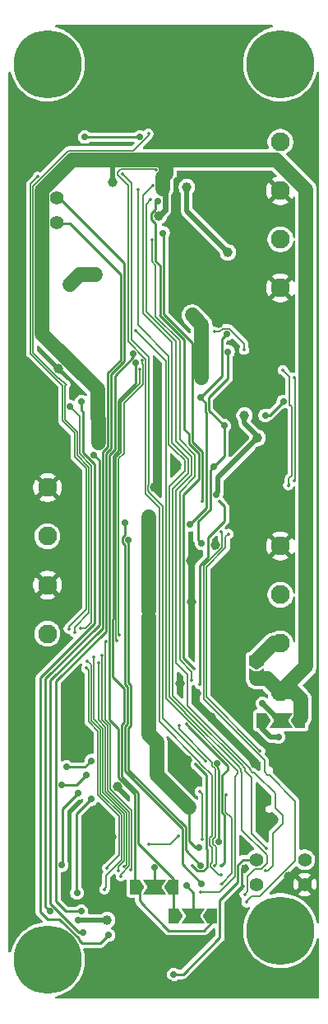
<source format=gbr>
%TF.GenerationSoftware,KiCad,Pcbnew,9.0.1*%
%TF.CreationDate,2025-04-20T11:30:13-04:00*%
%TF.ProjectId,ardentis,61726465-6e74-4697-932e-6b696361645f,A*%
%TF.SameCoordinates,Original*%
%TF.FileFunction,Copper,L2,Bot*%
%TF.FilePolarity,Positive*%
%FSLAX46Y46*%
G04 Gerber Fmt 4.6, Leading zero omitted, Abs format (unit mm)*
G04 Created by KiCad (PCBNEW 9.0.1) date 2025-04-20 11:30:13*
%MOMM*%
%LPD*%
G01*
G04 APERTURE LIST*
G04 Aperture macros list*
%AMFreePoly0*
4,1,6,1.000000,0.000000,0.500000,-0.750000,-0.500000,-0.750000,-0.500000,0.750000,0.500000,0.750000,1.000000,0.000000,1.000000,0.000000,$1*%
%AMFreePoly1*
4,1,6,0.500000,-0.750000,-0.650000,-0.750000,-0.150000,0.000000,-0.650000,0.750000,0.500000,0.750000,0.500000,-0.750000,0.500000,-0.750000,$1*%
%AMFreePoly2*
4,1,7,0.700000,0.000000,1.200000,-0.750000,-1.200000,-0.750000,-0.700000,0.000000,-1.200000,0.750000,1.200000,0.750000,0.700000,0.000000,0.700000,0.000000,$1*%
G04 Aperture macros list end*
%TA.AperFunction,ComponentPad*%
%ADD10C,1.400000*%
%TD*%
%TA.AperFunction,ComponentPad*%
%ADD11C,7.000000*%
%TD*%
%TA.AperFunction,ComponentPad*%
%ADD12C,1.950000*%
%TD*%
%TA.AperFunction,SMDPad,CuDef*%
%ADD13FreePoly0,270.000000*%
%TD*%
%TA.AperFunction,SMDPad,CuDef*%
%ADD14FreePoly1,270.000000*%
%TD*%
%TA.AperFunction,SMDPad,CuDef*%
%ADD15FreePoly0,180.000000*%
%TD*%
%TA.AperFunction,SMDPad,CuDef*%
%ADD16FreePoly2,180.000000*%
%TD*%
%TA.AperFunction,SMDPad,CuDef*%
%ADD17FreePoly0,0.000000*%
%TD*%
%TA.AperFunction,SMDPad,CuDef*%
%ADD18FreePoly2,0.000000*%
%TD*%
%TA.AperFunction,ViaPad*%
%ADD19C,1.000000*%
%TD*%
%TA.AperFunction,ViaPad*%
%ADD20C,0.700000*%
%TD*%
%TA.AperFunction,ViaPad*%
%ADD21C,0.350000*%
%TD*%
%TA.AperFunction,ViaPad*%
%ADD22C,0.400000*%
%TD*%
%TA.AperFunction,Conductor*%
%ADD23C,0.160000*%
%TD*%
%TA.AperFunction,Conductor*%
%ADD24C,0.254000*%
%TD*%
%TA.AperFunction,Conductor*%
%ADD25C,1.500000*%
%TD*%
%TA.AperFunction,Conductor*%
%ADD26C,0.500000*%
%TD*%
%TA.AperFunction,Conductor*%
%ADD27C,0.600000*%
%TD*%
%TA.AperFunction,Conductor*%
%ADD28C,0.250000*%
%TD*%
G04 APERTURE END LIST*
D10*
%TO.P,JP1,1,A*%
%TO.N,GND*%
X144000000Y-117250000D03*
%TO.P,JP1,2,B*%
%TO.N,/MCU-Storage-Power/EN*%
X144000000Y-114710000D03*
%TD*%
%TO.P,JP2,1,A*%
%TO.N,GND*%
X149000000Y-117250000D03*
%TO.P,JP2,2,B*%
%TO.N,/MCU-Storage-Power/BOOT*%
X149000000Y-114710000D03*
%TD*%
D11*
%TO.P,H4,1*%
%TO.N,N/C*%
X122500000Y-125000000D03*
%TD*%
%TO.P,H2,1*%
%TO.N,N/C*%
X146500000Y-33000000D03*
%TD*%
D12*
%TO.P,J2,1,Pin_1*%
%TO.N,GND*%
X146500000Y-56000000D03*
%TO.P,J2,2,Pin_2*%
%TO.N,/Ignite/OUT2*%
X146500000Y-51000000D03*
%TO.P,J2,3,Pin_3*%
%TO.N,GND*%
X146500000Y-46000000D03*
%TO.P,J2,4,Pin_4*%
%TO.N,/Ignite/OUT1*%
X146500000Y-41000000D03*
%TD*%
%TO.P,J3,1,Pin_1*%
%TO.N,GND*%
X122500000Y-76500000D03*
%TO.P,J3,2,Pin_2*%
%TO.N,/Ignite/OUT3*%
X122500000Y-81500000D03*
%TO.P,J3,3,Pin_3*%
%TO.N,GND*%
X122500000Y-86500000D03*
%TO.P,J3,4,Pin_4*%
%TO.N,/Ignite/OUT4*%
X122500000Y-91500000D03*
%TD*%
D11*
%TO.P,H3,1*%
%TO.N,N/C*%
X146500000Y-122000000D03*
%TD*%
D12*
%TO.P,J4,1,Pin_1*%
%TO.N,+VSW*%
X146500000Y-97500000D03*
%TO.P,J4,2,Pin_2*%
%TO.N,+BATT*%
X146500000Y-92500000D03*
%TO.P,J4,3,Pin_3*%
X146500000Y-87500000D03*
%TO.P,J4,4,Pin_4*%
%TO.N,GND*%
X146500000Y-82500000D03*
%TD*%
D10*
%TO.P,J1,1,Pin_1*%
%TO.N,/MCU-Storage-Power/RX0*%
X123500000Y-49250000D03*
%TO.P,J1,2,Pin_2*%
%TO.N,/MCU-Storage-Power/TX0*%
X123500000Y-46710000D03*
%TD*%
D11*
%TO.P,H1,1*%
%TO.N,N/C*%
X122500000Y-33000000D03*
%TD*%
D13*
%TO.P,JP3,1,A*%
%TO.N,+BATT*%
X144000000Y-94275000D03*
D14*
%TO.P,JP3,2,B*%
%TO.N,+VSW*%
X144000000Y-95725000D03*
%TD*%
D15*
%TO.P,JP4,1,A*%
%TO.N,+VSW*%
X148550000Y-100400000D03*
D16*
%TO.P,JP4,2,C*%
%TO.N,VCC*%
X146550000Y-100400000D03*
D17*
%TO.P,JP4,3,B*%
%TO.N,+5V*%
X144550000Y-100400000D03*
%TD*%
%TO.P,JP5,1,A*%
%TO.N,/MCU-Storage-Power/UART1.RX*%
X131500000Y-117500000D03*
D18*
%TO.P,JP5,2,C*%
%TO.N,/MCU-Storage-Power/RX1*%
X133500000Y-117500000D03*
D15*
%TO.P,JP5,3,B*%
%TO.N,/MCU-Storage-Power/UART1.TX*%
X135500000Y-117500000D03*
%TD*%
D17*
%TO.P,JP6,1,A*%
%TO.N,/MCU-Storage-Power/UART1.TX*%
X135500000Y-120500000D03*
D18*
%TO.P,JP6,2,C*%
%TO.N,/MCU-Storage-Power/TX1*%
X137500000Y-120500000D03*
D15*
%TO.P,JP6,3,B*%
%TO.N,/MCU-Storage-Power/UART1.RX*%
X139500000Y-120500000D03*
%TD*%
D19*
%TO.N,GND*%
X143050000Y-113350000D03*
X133200000Y-127475000D03*
X138300000Y-127475000D03*
X132850000Y-33850000D03*
X131450000Y-127475000D03*
X137350000Y-88250000D03*
D20*
X133750000Y-66100000D03*
D19*
X132850000Y-124600000D03*
X146250000Y-65300000D03*
X143650000Y-60400000D03*
X128450000Y-125150000D03*
X144200000Y-65400000D03*
X144850000Y-67700000D03*
X136600000Y-127475000D03*
X144300000Y-72750000D03*
X131350000Y-119650000D03*
X137350000Y-53750000D03*
X134450000Y-124300000D03*
X129703324Y-107231459D03*
X129150000Y-112400000D03*
D20*
X133900000Y-64000000D03*
D19*
X120750000Y-112100000D03*
X123600000Y-64250000D03*
X137250000Y-84000000D03*
X143850000Y-104800000D03*
D20*
X136200000Y-57450000D03*
D19*
X139350000Y-100100000D03*
D20*
X136200000Y-55750000D03*
D19*
X136200000Y-124400000D03*
X120100000Y-95300000D03*
D20*
X135800000Y-45000000D03*
D21*
X142675000Y-117425000D03*
D19*
X129850000Y-127400000D03*
X136900000Y-104450000D03*
X140150000Y-59600000D03*
X148584500Y-126547000D03*
X131450000Y-121350000D03*
X131500000Y-122950000D03*
X125000000Y-97110000D03*
X136200000Y-96650000D03*
X126750000Y-113000000D03*
X149000000Y-110200000D03*
X134950000Y-127425000D03*
X149050000Y-104950000D03*
X133537500Y-76500000D03*
X137850000Y-97650000D03*
X142600000Y-128350000D03*
X140700000Y-126727000D03*
X145800000Y-110600000D03*
X147345000Y-116466664D03*
D22*
X142700000Y-115400000D03*
D19*
X140000000Y-127475000D03*
X135800000Y-74150000D03*
X139800000Y-82400000D03*
D21*
%TO.N,/MCU-Storage-Power/IO8*%
X140900000Y-108050000D03*
X130269921Y-44324371D03*
X140450000Y-117150000D03*
X138800000Y-104600000D03*
D20*
%TO.N,/MCU-Storage-Power/SD.CLK*%
X124000000Y-107000000D03*
X126500000Y-106000000D03*
%TO.N,/MCU-Storage-Power/SD.D1*%
X127000000Y-108500000D03*
X125550000Y-118101000D03*
D21*
%TO.N,/MCU-Storage-Power/IO10*%
X133705000Y-43840371D03*
X140350000Y-116300000D03*
D19*
%TO.N,+3V3*%
X144150000Y-71400000D03*
X127400000Y-54600000D03*
D20*
X133750000Y-102650000D03*
X125700000Y-120900000D03*
D19*
X128650000Y-120900000D03*
D20*
X138400000Y-65600000D03*
X124450000Y-105200000D03*
D19*
X142800000Y-69100000D03*
D20*
X137400000Y-58800000D03*
X138147066Y-113502469D03*
D19*
X136850000Y-45650000D03*
D20*
X137100000Y-109350000D03*
X127039265Y-104539265D03*
D19*
X124800000Y-55600000D03*
D20*
X139850000Y-77200000D03*
D19*
X132978000Y-79497000D03*
D20*
X133236500Y-89463500D03*
D19*
X141100000Y-52350000D03*
D20*
%TO.N,/MCU-Storage-Power/EN*%
X135500000Y-126500000D03*
%TO.N,VCC*%
X144650000Y-98650000D03*
D21*
%TO.N,/Ignite/CONT1*%
X128350000Y-117750000D03*
X125300000Y-91350000D03*
X132900000Y-40148000D03*
X126600000Y-94300000D03*
%TO.N,/Ignite/CONT2*%
X126500000Y-95050000D03*
X124700000Y-91000000D03*
X121473977Y-44573977D03*
X128650000Y-115550000D03*
D20*
%TO.N,/MCU-Storage-Power/SDA*%
X146789927Y-67654028D03*
X141100000Y-62550000D03*
X144933568Y-69089515D03*
X140700000Y-70150000D03*
X138378157Y-82221843D03*
X138300000Y-115300000D03*
X139614500Y-74350000D03*
X130825629Y-81868318D03*
%TO.N,/MCU-Storage-Power/SD.D0*%
X123976000Y-115274923D03*
X125700000Y-107850000D03*
D21*
%TO.N,/MCU-Storage-Power/IO4*%
X139700000Y-115350000D03*
X136050000Y-100900000D03*
X133248000Y-51100000D03*
X137365000Y-96274909D03*
%TO.N,/MCU-Storage-Power/IO9*%
X133150000Y-46950000D03*
X145001000Y-115837391D03*
D20*
%TO.N,/MCU-Storage-Power/ADC0*%
X139993732Y-104830000D03*
X140125000Y-112850000D03*
%TO.N,/MCU-Storage-Power/SCL*%
X141000000Y-60700000D03*
X138301471Y-67198529D03*
X138350000Y-117200000D03*
X130450000Y-80074000D03*
X137185500Y-80314500D03*
D21*
%TO.N,/MCU-Storage-Power/IO6*%
X131800000Y-45900000D03*
X142809024Y-118250000D03*
%TO.N,/MCU-Storage-Power/IO7*%
X133350000Y-45450000D03*
X145075000Y-113525000D03*
%TO.N,/MCU-Storage-Power/IO5*%
X140350000Y-81000000D03*
X142991999Y-119091999D03*
%TO.N,/MCU-Storage-Power/IO1*%
X138250000Y-118050000D03*
X131575000Y-60375000D03*
%TO.N,/MCU-Storage-Power/IO21*%
X132950000Y-113100000D03*
X146750000Y-64450000D03*
X135950000Y-112250000D03*
X147299844Y-76266153D03*
%TO.N,/MCU-Storage-Power/IO16*%
X138473000Y-112578576D03*
X138200000Y-107700000D03*
X147950000Y-75800000D03*
X147900000Y-65200000D03*
%TO.N,/MCU-Storage-Power/IO40*%
X127740000Y-94500000D03*
X129928000Y-91600000D03*
X130373977Y-115423977D03*
X132281662Y-63468338D03*
X139700000Y-60450000D03*
X142748000Y-62350000D03*
%TO.N,/MCU-Storage-Power/IO39*%
X130050000Y-116400000D03*
X128095000Y-93750000D03*
X129657000Y-92200000D03*
X132002000Y-64365000D03*
%TO.N,/MCU-Storage-Power/IO12*%
X144401023Y-103548977D03*
X141150000Y-81250000D03*
D20*
%TO.N,/MCU-Storage-Power/UART1.RX*%
X131327000Y-62761162D03*
%TO.N,/MCU-Storage-Power/UART1.TX*%
X131559940Y-63706063D03*
D19*
%TO.N,+VSW*%
X127650000Y-69350000D03*
X133950000Y-48650000D03*
X134108148Y-45799914D03*
X127750000Y-71900000D03*
X129200000Y-45100000D03*
D20*
%TO.N,/Ignite/FIRE4*%
X127276471Y-73123529D03*
X122750000Y-120000000D03*
%TO.N,/Ignite/FIRE3*%
X128800000Y-122450000D03*
X126011251Y-67688749D03*
D21*
%TO.N,/Ignite/FIRE2*%
X140350000Y-115300000D03*
X138450000Y-77900000D03*
X140200000Y-77900000D03*
X136800000Y-100800000D03*
X138200000Y-96700000D03*
D20*
X134400000Y-50350000D03*
%TO.N,/Ignite/FIRE1*%
X133841999Y-47058001D03*
D21*
X137560215Y-95089785D03*
X137750000Y-104900000D03*
X137400000Y-115300000D03*
D20*
%TO.N,+5V*%
X146300000Y-102100000D03*
%TO.N,/Ignite/OUT2*%
X126350000Y-40500000D03*
X132001247Y-40497506D03*
%TO.N,/MCU-Storage-Power/TX0*%
X126000000Y-120000000D03*
%TO.N,/MCU-Storage-Power/RX0*%
X126200000Y-122200000D03*
%TO.N,/MCU-Storage-Power/RX1*%
X133500000Y-115500000D03*
%TO.N,/MCU-Storage-Power/TX1*%
X136800000Y-117400000D03*
D21*
%TO.N,/Ignite/CONT3*%
X129800000Y-115800000D03*
D20*
X124845249Y-68154751D03*
D21*
X125900000Y-90950000D03*
X127300000Y-93900000D03*
%TO.N,/Ignite/CONT4*%
X128498000Y-92300000D03*
X131098000Y-115750000D03*
%TD*%
D23*
%TO.N,/MCU-Storage-Power/IO40*%
X129834000Y-73509927D02*
X129834000Y-91600000D01*
X130362000Y-72981927D02*
X129834000Y-73509927D01*
X129834000Y-91600000D02*
X129928000Y-91600000D01*
X130362000Y-67850000D02*
X130362000Y-72981927D01*
X132358000Y-63839023D02*
X132358000Y-65854000D01*
X132281662Y-63762685D02*
X132358000Y-63839023D01*
X132281662Y-63468338D02*
X132281662Y-63762685D01*
X132358000Y-65854000D02*
X130362000Y-67850000D01*
D24*
%TO.N,/MCU-Storage-Power/UART1.TX*%
X135500000Y-116682584D02*
X135500000Y-117500000D01*
X133739416Y-114922000D02*
X135500000Y-116682584D01*
X133722000Y-114922000D02*
X133739416Y-114922000D01*
X130155000Y-106152954D02*
X131855000Y-107852954D01*
X130155000Y-100880146D02*
X130155000Y-106152954D01*
X130400000Y-100635146D02*
X130155000Y-100880146D01*
X130400000Y-97100000D02*
X130400000Y-100635146D01*
X129255000Y-90047092D02*
X129255000Y-95955000D01*
X129265000Y-90037092D02*
X129255000Y-90047092D01*
X129265000Y-73274239D02*
X129265000Y-90037092D01*
X129793000Y-72746239D02*
X129265000Y-73274239D01*
X129793000Y-67607000D02*
X129793000Y-72746239D01*
X131600000Y-65800000D02*
X129793000Y-67607000D01*
X131600000Y-63953459D02*
X131600000Y-65800000D01*
X131559940Y-63913399D02*
X131600000Y-63953459D01*
X131559940Y-63706063D02*
X131559940Y-63913399D01*
X131855000Y-113055000D02*
X133722000Y-114922000D01*
X129255000Y-95955000D02*
X130400000Y-97100000D01*
X131855000Y-107852954D02*
X131855000Y-113055000D01*
%TO.N,/MCU-Storage-Power/UART1.RX*%
X139500000Y-121127500D02*
X139500000Y-120000000D01*
X138627500Y-122000000D02*
X139500000Y-121127500D01*
X135000000Y-122000000D02*
X138627500Y-122000000D01*
X134648000Y-121648000D02*
X135000000Y-122000000D01*
X132173248Y-119171202D02*
X134648000Y-121645954D01*
X132173248Y-119056000D02*
X132173248Y-119171202D01*
X131994000Y-118000000D02*
X131994000Y-118876752D01*
X131500000Y-118000000D02*
X131994000Y-118000000D01*
X131500000Y-108000000D02*
X131500000Y-118000000D01*
X129800000Y-106300000D02*
X131500000Y-108000000D01*
X129800000Y-101233101D02*
X129800000Y-106300000D01*
X128900000Y-100333101D02*
X129800000Y-101233101D01*
X128900000Y-89900046D02*
X128900000Y-100333101D01*
X128910000Y-89890046D02*
X128900000Y-89900046D01*
X131994000Y-118876752D02*
X132173248Y-119056000D01*
X128910000Y-73127193D02*
X128910000Y-89890046D01*
X129438000Y-65012000D02*
X129438000Y-72599193D01*
X129438000Y-72599193D02*
X128910000Y-73127193D01*
X131350233Y-63099767D02*
X129438000Y-65012000D01*
X131327000Y-62761162D02*
X131327000Y-63026532D01*
X134648000Y-121645954D02*
X134648000Y-121648000D01*
X131327000Y-63026532D02*
X131350233Y-63049765D01*
X131350233Y-63049765D02*
X131350233Y-63099767D01*
D23*
%TO.N,/MCU-Storage-Power/IO10*%
X140150000Y-116300000D02*
X140350000Y-116300000D01*
X139556000Y-115706000D02*
X140150000Y-116300000D01*
X139344000Y-115497461D02*
X139552539Y-115706000D01*
X139284000Y-115177687D02*
X139284000Y-115434000D01*
X139450000Y-115011687D02*
X139284000Y-115177687D01*
X139450000Y-113464763D02*
X139450000Y-115011687D01*
X139213000Y-113227763D02*
X139450000Y-113464763D01*
X139213000Y-112472236D02*
X139213000Y-113227763D01*
X139436000Y-112249237D02*
X139213000Y-112472236D01*
X139436000Y-106053416D02*
X139436000Y-112249237D01*
X138222000Y-104839416D02*
X139436000Y-106053416D01*
X138222000Y-104722000D02*
X138222000Y-104839416D01*
X134000000Y-100500000D02*
X138222000Y-104722000D01*
X134000000Y-78550000D02*
X134000000Y-100500000D01*
X132600000Y-77150000D02*
X134000000Y-78550000D01*
X132600000Y-76894690D02*
X132600000Y-77150000D01*
X132595500Y-76890190D02*
X132600000Y-76894690D01*
X139344000Y-115494000D02*
X139344000Y-115497461D01*
X132595500Y-76109810D02*
X132595500Y-76890190D01*
X132639000Y-76066310D02*
X132595500Y-76109810D01*
X139284000Y-115434000D02*
X139344000Y-115494000D01*
X132639000Y-63323630D02*
X132639000Y-76066310D01*
X130800000Y-61484630D02*
X132639000Y-63323630D01*
X129691921Y-44084955D02*
X129691921Y-44391921D01*
X129691921Y-44391921D02*
X130800000Y-45500000D01*
X133496371Y-43746371D02*
X130030505Y-43746371D01*
X130030505Y-43746371D02*
X129691921Y-44084955D01*
X130800000Y-45500000D02*
X130800000Y-61484630D01*
X133705000Y-43840371D02*
X133590371Y-43840371D01*
X133590371Y-43840371D02*
X133496371Y-43746371D01*
X139552539Y-115706000D02*
X139556000Y-115706000D01*
%TO.N,/MCU-Storage-Power/IO39*%
X129563000Y-92200000D02*
X129657000Y-92200000D01*
X129573000Y-92190000D02*
X129563000Y-92200000D01*
X130101000Y-72873817D02*
X129573000Y-73401817D01*
X130101000Y-67734578D02*
X130101000Y-72873817D01*
X132000000Y-65835578D02*
X130101000Y-67734578D01*
X132001000Y-64365000D02*
X132000000Y-64366000D01*
X132000000Y-64366000D02*
X132000000Y-65835578D01*
X132002000Y-64365000D02*
X132001000Y-64365000D01*
X129573000Y-73401817D02*
X129573000Y-92190000D01*
%TO.N,/MCU-Storage-Power/IO40*%
X130473977Y-115423977D02*
X130373977Y-115423977D01*
X130670000Y-115260890D02*
X130490445Y-115440445D01*
X130670000Y-109899435D02*
X130670000Y-115260890D01*
X128478000Y-107707435D02*
X130670000Y-109899435D01*
X128478000Y-101084899D02*
X128478000Y-107707435D01*
X130490445Y-115440445D02*
X130473977Y-115423977D01*
X127740000Y-100346899D02*
X128478000Y-101084899D01*
X127740000Y-94500000D02*
X127740000Y-100346899D01*
%TO.N,/Ignite/CONT3*%
X129800000Y-115450000D02*
X129800000Y-115800000D01*
X130409000Y-110007545D02*
X130409000Y-114841000D01*
X128217000Y-107815545D02*
X130409000Y-110007545D01*
X128217000Y-101250000D02*
X128217000Y-107815545D01*
X127256043Y-100289043D02*
X128217000Y-101250000D01*
X127256043Y-93943957D02*
X127256043Y-100289043D01*
X127300000Y-93900000D02*
X127256043Y-93943957D01*
X130409000Y-114841000D02*
X129800000Y-115450000D01*
%TO.N,/MCU-Storage-Power/IO12*%
X138861000Y-98008954D02*
X144401023Y-103548977D01*
X138861000Y-84658110D02*
X138861000Y-98008954D01*
X138874080Y-84658110D02*
X138861000Y-84658110D01*
X140850000Y-82682190D02*
X138874080Y-84658110D01*
X140850000Y-81550000D02*
X140850000Y-82682190D01*
X141150000Y-81250000D02*
X140850000Y-81550000D01*
%TO.N,/Ignite/CONT1*%
X128550000Y-117550000D02*
X128350000Y-117750000D01*
X128550000Y-116330890D02*
X128550000Y-117550000D01*
X130148000Y-114732890D02*
X128550000Y-116330890D01*
X130148000Y-110115655D02*
X130148000Y-114732890D01*
X127956000Y-107923655D02*
X130148000Y-110115655D01*
X127956000Y-101400000D02*
X127956000Y-107923655D01*
X126995043Y-100439043D02*
X127956000Y-101400000D01*
X126600000Y-94300000D02*
X126995043Y-94695043D01*
X126995043Y-94695043D02*
X126995043Y-100439043D01*
X132900000Y-40349701D02*
X132900000Y-40148000D01*
X124665629Y-41884371D02*
X131365330Y-41884371D01*
X121018000Y-45532000D02*
X124665629Y-41884371D01*
X121018000Y-62631080D02*
X121018000Y-45532000D01*
X123636920Y-65250000D02*
X121018000Y-62631080D01*
X123700000Y-65250000D02*
X123636920Y-65250000D01*
X124350000Y-65900000D02*
X123700000Y-65250000D01*
X124450000Y-65900000D02*
X124350000Y-65900000D01*
X124314249Y-69533249D02*
X124314249Y-66035751D01*
X125581000Y-70800000D02*
X124314249Y-69533249D01*
X125581000Y-73200000D02*
X125581000Y-70800000D01*
X126781000Y-74400000D02*
X125581000Y-73200000D01*
X126781000Y-89350000D02*
X126781000Y-74400000D01*
X131365330Y-41884371D02*
X132900000Y-40349701D01*
X124314249Y-66035751D02*
X124450000Y-65900000D01*
X125300000Y-90831000D02*
X126781000Y-89350000D01*
X125300000Y-91350000D02*
X125300000Y-90831000D01*
%TO.N,/MCU-Storage-Power/IO7*%
X132345000Y-46455000D02*
X133350000Y-45450000D01*
X132345000Y-58597046D02*
X132345000Y-46455000D01*
X135350000Y-61602046D02*
X132345000Y-58597046D01*
X135350000Y-71900000D02*
X135350000Y-61602046D01*
X137000000Y-73550000D02*
X135350000Y-71900000D01*
X135410000Y-76637954D02*
X137000000Y-75047954D01*
X135410000Y-77853862D02*
X135410000Y-76637954D01*
X135415000Y-77858862D02*
X135410000Y-77853862D01*
X135415000Y-97861037D02*
X135415000Y-77858862D01*
X137011000Y-99457037D02*
X135415000Y-97861037D01*
X142667000Y-105169046D02*
X142667000Y-105119046D01*
X142814246Y-105564246D02*
X142814246Y-105316292D01*
X137011000Y-99463046D02*
X137011000Y-99457037D01*
X143550000Y-106300000D02*
X142814246Y-105564246D01*
X143550000Y-112000000D02*
X143550000Y-106300000D01*
X137000000Y-75047954D02*
X137000000Y-73550000D01*
X142814246Y-105316292D02*
X142667000Y-105169046D01*
X142667000Y-105119046D02*
X137011000Y-99463046D01*
X145075000Y-113525000D02*
X143550000Y-112000000D01*
D24*
%TO.N,GND*%
X142700000Y-115400000D02*
X142501024Y-115598976D01*
X137650000Y-83600000D02*
X137250000Y-84000000D01*
X142501024Y-117251024D02*
X142675000Y-117425000D01*
X142675000Y-117425000D02*
X142700000Y-117450000D01*
X142501024Y-115598976D02*
X142501024Y-117251024D01*
D23*
%TO.N,/MCU-Storage-Power/IO8*%
X140450000Y-117150000D02*
X140300000Y-117150000D01*
X132900000Y-76174420D02*
X132900000Y-63082584D01*
X132900000Y-63082584D02*
X131155000Y-61337584D01*
X131155000Y-45209450D02*
X130269921Y-44324371D01*
X140850000Y-109800000D02*
X141500000Y-110450000D01*
X132856500Y-76217920D02*
X132900000Y-76174420D01*
X132856500Y-76782080D02*
X132856500Y-76217920D01*
X134350000Y-78400000D02*
X132900000Y-76950000D01*
X131155000Y-61337584D02*
X131155000Y-45209450D01*
X132900000Y-76950000D02*
X132900000Y-76825580D01*
X141500000Y-116100000D02*
X140450000Y-117150000D01*
X134350000Y-100200000D02*
X134350000Y-78400000D01*
X141500000Y-110450000D02*
X141500000Y-116100000D01*
X140850000Y-108100000D02*
X140850000Y-109800000D01*
X138750000Y-104600000D02*
X134350000Y-100200000D01*
X140900000Y-108050000D02*
X140850000Y-108100000D01*
X138800000Y-104600000D02*
X138750000Y-104600000D01*
X132900000Y-76825580D02*
X132856500Y-76782080D01*
D24*
%TO.N,/MCU-Storage-Power/SD.CLK*%
X125500000Y-107000000D02*
X126500000Y-106000000D01*
X124000000Y-107000000D02*
X125500000Y-107000000D01*
%TO.N,/MCU-Storage-Power/SD.D1*%
X125500000Y-118000000D02*
X125550000Y-118050000D01*
X127000000Y-108500000D02*
X125500000Y-110000000D01*
X125550000Y-118050000D02*
X125550000Y-118101000D01*
X125500000Y-110000000D02*
X125500000Y-118000000D01*
D25*
%TO.N,+3V3*%
X138400000Y-59800000D02*
X137400000Y-58800000D01*
D26*
X136850000Y-45650000D02*
X136850000Y-48100000D01*
D25*
X132978000Y-89205000D02*
X132978000Y-79497000D01*
X133750000Y-102650000D02*
X132978000Y-101878000D01*
X138400000Y-65200000D02*
X138400000Y-59800000D01*
X132978000Y-101878000D02*
X132978000Y-89722000D01*
D26*
X144150000Y-71250000D02*
X144150000Y-71400000D01*
D24*
X124450000Y-105200000D02*
X126378530Y-105200000D01*
D26*
X142800000Y-69900000D02*
X144150000Y-71250000D01*
D25*
X133750000Y-106000000D02*
X137100000Y-109350000D01*
X127400000Y-54600000D02*
X125800000Y-54600000D01*
D24*
X137100000Y-112800000D02*
X137100000Y-109350000D01*
D26*
X140078000Y-76972000D02*
X139850000Y-77200000D01*
D24*
X127000000Y-104500000D02*
X127039265Y-104539265D01*
X126378530Y-105200000D02*
X127039265Y-104539265D01*
X137100000Y-109350000D02*
X137100000Y-109550000D01*
D26*
X128650000Y-120900000D02*
X125700000Y-120900000D01*
D24*
X137750000Y-113450000D02*
X137100000Y-112800000D01*
D26*
X136850000Y-48100000D02*
X141100000Y-52350000D01*
D24*
X138094597Y-113450000D02*
X137750000Y-113450000D01*
D26*
X142800000Y-69100000D02*
X142800000Y-69900000D01*
X140078000Y-75472000D02*
X140078000Y-76972000D01*
D25*
X125800000Y-54600000D02*
X124800000Y-55600000D01*
D24*
X138147066Y-113502469D02*
X138094597Y-113450000D01*
D26*
X125700000Y-120900000D02*
X125600000Y-120900000D01*
X144150000Y-71400000D02*
X140078000Y-75472000D01*
X139850000Y-77200000D02*
X139800000Y-77250000D01*
D25*
X133750000Y-102650000D02*
X133750000Y-106000000D01*
D24*
%TO.N,/MCU-Storage-Power/EN*%
X140250000Y-118902046D02*
X142100000Y-117052046D01*
X142108000Y-115242000D02*
X142640000Y-114710000D01*
X136475000Y-126500000D02*
X140250000Y-122725000D01*
X135500000Y-126500000D02*
X136475000Y-126500000D01*
X140250000Y-122725000D02*
X140250000Y-118902046D01*
X142108000Y-116577578D02*
X142108000Y-115242000D01*
X142100000Y-117052046D02*
X142100000Y-116585578D01*
X142640000Y-114710000D02*
X144000000Y-114710000D01*
X142100000Y-116585578D02*
X142108000Y-116577578D01*
D26*
%TO.N,VCC*%
X146550000Y-100400000D02*
X146400000Y-100400000D01*
X146400000Y-100400000D02*
X144650000Y-98650000D01*
D23*
%TO.N,/Ignite/CONT2*%
X123990169Y-65972359D02*
X124053249Y-65972359D01*
X126734043Y-95284043D02*
X126734043Y-98100000D01*
X126500000Y-95050000D02*
X126734043Y-95284043D01*
X120757000Y-45290954D02*
X120757000Y-62739190D01*
X125320000Y-70908110D02*
X125320000Y-73308110D01*
X125320000Y-73308110D02*
X126520000Y-74508110D01*
X121473977Y-44573977D02*
X120757000Y-45290954D01*
X120757000Y-62739190D02*
X123990169Y-65972359D01*
X126734043Y-98100000D02*
X126734043Y-100547153D01*
X126520000Y-88980000D02*
X125800000Y-89700000D01*
X126520000Y-87900000D02*
X126520000Y-88980000D01*
X126734043Y-100547153D02*
X127695000Y-101508110D01*
X124053249Y-69641359D02*
X125320000Y-70908110D01*
X127695000Y-108058000D02*
X129887000Y-110250000D01*
X126520000Y-74508110D02*
X126520000Y-87900000D01*
X125800000Y-89700000D02*
X124700000Y-90800000D01*
X127695000Y-101508110D02*
X127695000Y-108058000D01*
X129150000Y-115000000D02*
X128650000Y-115500000D01*
X124700000Y-90800000D02*
X124700000Y-91000000D01*
X129887000Y-114263000D02*
X129150000Y-115000000D01*
X128650000Y-115500000D02*
X128650000Y-115550000D01*
X129887000Y-110250000D02*
X129887000Y-114263000D01*
X124053249Y-65972359D02*
X124053249Y-69641359D01*
D24*
%TO.N,/MCU-Storage-Power/SDA*%
X138028947Y-81872634D02*
X138028947Y-79973099D01*
X136745000Y-113745000D02*
X136745000Y-111345000D01*
X130865000Y-101174238D02*
X131110000Y-100929238D01*
X139255000Y-78747046D02*
X139255000Y-74709500D01*
X140700000Y-73264500D02*
X140700000Y-70150000D01*
X139100000Y-67255000D02*
X139100000Y-68550000D01*
X144933568Y-69089515D02*
X145354440Y-69089515D01*
X130850000Y-81892689D02*
X130825629Y-81868318D01*
X130850000Y-96545908D02*
X130850000Y-81892689D01*
X141100000Y-62550000D02*
X141100000Y-65255000D01*
X138378157Y-82221843D02*
X138028947Y-81872634D01*
X130865000Y-105465000D02*
X130865000Y-101174238D01*
X136745000Y-111345000D02*
X130865000Y-105465000D01*
X138028947Y-79973099D02*
X139255000Y-78747046D01*
X145354440Y-69089515D02*
X146789927Y-67654028D01*
X131110000Y-96805908D02*
X130850000Y-96545908D01*
X139614500Y-74350000D02*
X140700000Y-73264500D01*
X141100000Y-65255000D02*
X139100000Y-67255000D01*
X139255000Y-74709500D02*
X139614500Y-74350000D01*
X140700000Y-70150000D02*
X140700000Y-70100000D01*
X138300000Y-115300000D02*
X136745000Y-113745000D01*
X131110000Y-100929238D02*
X131110000Y-96805908D01*
X139100000Y-68550000D02*
X140700000Y-70150000D01*
%TO.N,/MCU-Storage-Power/SD.D0*%
X125700000Y-107850000D02*
X124050000Y-109500000D01*
X124050000Y-115145858D02*
X123983822Y-115212036D01*
X124050000Y-109500000D02*
X124050000Y-115145858D01*
D23*
%TO.N,/MCU-Storage-Power/IO4*%
X139757000Y-105342801D02*
X139757000Y-112382199D01*
X137710000Y-75395000D02*
X136120000Y-76985000D01*
X139850000Y-113410801D02*
X139850000Y-115200000D01*
X136050000Y-100900000D02*
X136050000Y-101300000D01*
X139457100Y-104707099D02*
X139457100Y-105042901D01*
X139534000Y-112605199D02*
X139534000Y-113094801D01*
X136150000Y-61397954D02*
X136150000Y-71590000D01*
X136150000Y-71590000D02*
X137710000Y-73150000D01*
X137710000Y-73150000D02*
X137710000Y-75395000D01*
X133250000Y-51102000D02*
X133250000Y-53285578D01*
X136125000Y-77564770D02*
X136125000Y-94175000D01*
X137365000Y-95415000D02*
X137365000Y-96274909D01*
X139757000Y-112382199D02*
X139534000Y-112605199D01*
X136120000Y-77559770D02*
X136125000Y-77564770D01*
X139850000Y-115200000D02*
X139700000Y-115350000D01*
X133650000Y-53685578D02*
X133650000Y-58897954D01*
X133248000Y-51100000D02*
X133250000Y-51102000D01*
X133650000Y-58897954D02*
X136150000Y-61397954D01*
X136125000Y-94175000D02*
X137365000Y-95415000D01*
X139534000Y-113094801D02*
X139850000Y-113410801D01*
X136050000Y-101300000D02*
X139457100Y-104707099D01*
X133250000Y-53285578D02*
X133650000Y-53685578D01*
X139457100Y-105042901D02*
X139757000Y-105342801D01*
X136120000Y-76985000D02*
X136120000Y-77559770D01*
%TO.N,/MCU-Storage-Power/IO9*%
X144028000Y-106028000D02*
X143752067Y-105752067D01*
X137355000Y-73355000D02*
X135750000Y-71750000D01*
X145700000Y-113890416D02*
X145701000Y-113889416D01*
X145700000Y-113409584D02*
X145700000Y-112000000D01*
X145950000Y-109400000D02*
X145950000Y-107900000D01*
X145701000Y-113889416D02*
X145701000Y-113410584D01*
X143022000Y-105022000D02*
X143022000Y-104998452D01*
X145001000Y-115837391D02*
X145212609Y-115837391D01*
X145700000Y-112000000D02*
X146700000Y-111000000D01*
X146700000Y-110150000D02*
X145950000Y-109400000D01*
X143648226Y-105752067D02*
X143317933Y-105421774D01*
X143035226Y-104985226D02*
X136950000Y-98900000D01*
X132700000Y-58450000D02*
X132700000Y-47400000D01*
X135770000Y-77711816D02*
X135765000Y-77706816D01*
X136950000Y-95700000D02*
X135770000Y-94520000D01*
X144051548Y-106028000D02*
X144028000Y-106028000D01*
X135750000Y-61500000D02*
X132700000Y-58450000D01*
X135765000Y-76785000D02*
X137355000Y-75195000D01*
X145700000Y-115350000D02*
X145700000Y-113890416D01*
X145212609Y-115837391D02*
X145700000Y-115350000D01*
X145701000Y-113410584D02*
X145700000Y-113409584D01*
X135770000Y-94520000D02*
X135770000Y-77711816D01*
X145950000Y-107900000D02*
X144064774Y-106014774D01*
X143317933Y-105421774D02*
X143317933Y-105317933D01*
X143317933Y-105317933D02*
X143022000Y-105022000D01*
X146700000Y-111000000D02*
X146700000Y-110150000D01*
X144064774Y-106014774D02*
X144051548Y-106028000D01*
X137355000Y-75195000D02*
X137355000Y-73355000D01*
X143752067Y-105752067D02*
X143648226Y-105752067D01*
X136950000Y-98900000D02*
X136950000Y-95700000D01*
X135750000Y-71750000D02*
X135750000Y-61500000D01*
X132700000Y-47400000D02*
X133150000Y-46950000D01*
X135765000Y-77706816D02*
X135765000Y-76785000D01*
X143022000Y-104998452D02*
X143035226Y-104985226D01*
D24*
%TO.N,/MCU-Storage-Power/ADC0*%
X140065000Y-105215223D02*
X140065000Y-105415000D01*
X139993732Y-105143955D02*
X140065000Y-105215223D01*
X139993732Y-104830000D02*
X139993732Y-105143955D01*
X140065000Y-105415000D02*
X140125000Y-105475000D01*
X140125000Y-105475000D02*
X140125000Y-112850000D01*
%TO.N,/MCU-Storage-Power/SCL*%
X138350000Y-117200000D02*
X138350000Y-117150000D01*
X138900000Y-68852046D02*
X138745000Y-68697046D01*
X137185500Y-80314500D02*
X138900000Y-78600000D01*
X138745000Y-67745000D02*
X138301471Y-67301471D01*
X138350000Y-117150000D02*
X136390000Y-115190000D01*
X130495000Y-82355105D02*
X130247629Y-82107734D01*
X140450000Y-65050000D02*
X140450000Y-61250000D01*
X130510000Y-105612046D02*
X130510000Y-101027192D01*
X130510000Y-101027192D02*
X130755000Y-100782192D01*
X130500000Y-81376531D02*
X130500000Y-80100000D01*
X136390000Y-115190000D02*
X136390000Y-111492046D01*
X138745000Y-68697046D02*
X138745000Y-67745000D01*
X136390000Y-111492046D02*
X130510000Y-105612046D01*
X140450000Y-61250000D02*
X141000000Y-60700000D01*
X130247629Y-81628902D02*
X130500000Y-81376531D01*
X130755000Y-100782192D02*
X130755000Y-96952954D01*
X130450000Y-80050000D02*
X130450000Y-80074000D01*
X138900000Y-78600000D02*
X138900000Y-68852046D01*
X138301471Y-67198529D02*
X140450000Y-65050000D01*
X130755000Y-96952954D02*
X130495000Y-96692954D01*
X138301471Y-67301471D02*
X138301471Y-67198529D01*
X130500000Y-80100000D02*
X130450000Y-80050000D01*
X130247629Y-82107734D02*
X130247629Y-81628902D01*
X130495000Y-96692954D02*
X130495000Y-82355105D01*
D23*
%TO.N,/MCU-Storage-Power/IO6*%
X142312000Y-105316092D02*
X142312000Y-105266092D01*
X135000000Y-62982584D02*
X131800000Y-59782584D01*
X131800000Y-59782584D02*
X131800000Y-45900000D01*
X142459246Y-105463338D02*
X142312000Y-105316092D01*
X135060000Y-97960000D02*
X135060000Y-78005908D01*
X142550000Y-111660226D02*
X142550000Y-105802046D01*
X145100000Y-114210226D02*
X142550000Y-111660226D01*
X143100000Y-116400000D02*
X143850000Y-115650000D01*
X136690000Y-99590000D02*
X135060000Y-97960000D01*
X142312000Y-105266092D02*
X136690000Y-99644092D01*
X135595000Y-72647046D02*
X135595000Y-72645000D01*
X145100000Y-115050000D02*
X145100000Y-114210226D01*
X143850000Y-115650000D02*
X144500000Y-115650000D01*
X135055000Y-76345000D02*
X136645000Y-74755000D01*
X135595000Y-72645000D02*
X135000000Y-72050000D01*
X143100000Y-117959024D02*
X143100000Y-116400000D01*
X135060000Y-78005908D02*
X135055000Y-78000908D01*
X136645000Y-73697046D02*
X135595000Y-72647046D01*
X144500000Y-115650000D02*
X145100000Y-115050000D01*
X136690000Y-99644092D02*
X136690000Y-99590000D01*
X142459246Y-105711292D02*
X142459246Y-105463338D01*
X135000000Y-72050000D02*
X135000000Y-62982584D01*
X135055000Y-78000908D02*
X135055000Y-76345000D01*
X142809024Y-118250000D02*
X143100000Y-117959024D01*
X136645000Y-74755000D02*
X136645000Y-73697046D01*
X142550000Y-105802046D02*
X142459246Y-105711292D01*
D25*
%TO.N,+BATT*%
X144000000Y-94275000D02*
X145775000Y-92500000D01*
X145775000Y-92500000D02*
X146500000Y-92500000D01*
D23*
%TO.N,/MCU-Storage-Power/IO5*%
X145353000Y-106003000D02*
X148044189Y-108694189D01*
X140481000Y-82682080D02*
X140082080Y-83081000D01*
X142991999Y-119008001D02*
X142991999Y-119091999D01*
X140082080Y-83081000D02*
X140069000Y-83081000D01*
X140350000Y-81000000D02*
X140481000Y-81131000D01*
X143550000Y-118450000D02*
X142991999Y-119008001D01*
X138600000Y-84550000D02*
X138600000Y-98250000D01*
X140069000Y-83081000D02*
X138600000Y-84550000D01*
X145141651Y-106003000D02*
X145353000Y-106003000D01*
X138600000Y-98250000D02*
X144847000Y-104497000D01*
X144847000Y-105708349D02*
X145141651Y-106003000D01*
X148044189Y-108694189D02*
X148044189Y-114805811D01*
X144400000Y-118450000D02*
X143550000Y-118450000D01*
X148044189Y-114805811D02*
X144400000Y-118450000D01*
X140481000Y-81131000D02*
X140481000Y-82682080D01*
X144847000Y-104497000D02*
X144847000Y-105708349D01*
%TO.N,/MCU-Storage-Power/IO1*%
X134700000Y-63500000D02*
X134700000Y-78147954D01*
X141957000Y-105463138D02*
X142104246Y-105610384D01*
X131575000Y-60375000D02*
X134700000Y-63500000D01*
X142104246Y-105858338D02*
X141800000Y-106162584D01*
X142104246Y-105610384D02*
X142104246Y-105858338D01*
X141800000Y-116450000D02*
X140200000Y-118050000D01*
X141957000Y-105413138D02*
X141957000Y-105463138D01*
X136335000Y-99737046D02*
X136335000Y-99791138D01*
X134705000Y-98107046D02*
X136335000Y-99737046D01*
X134700000Y-78147954D02*
X134705000Y-78152954D01*
X134705000Y-78152954D02*
X134705000Y-98107046D01*
X140200000Y-118050000D02*
X138250000Y-118050000D01*
X136335000Y-99791138D02*
X141957000Y-105413138D01*
X141800000Y-106162584D02*
X141800000Y-116450000D01*
%TO.N,/MCU-Storage-Power/IO21*%
X147645000Y-68170517D02*
X147450000Y-67975517D01*
X147449291Y-76116706D02*
X147372000Y-76039416D01*
X147372000Y-75560584D02*
X147645000Y-75287584D01*
X147645000Y-75287584D02*
X147645000Y-68170517D01*
X147450000Y-65150000D02*
X146750000Y-64450000D01*
X147450000Y-67975517D02*
X147450000Y-65150000D01*
X135950000Y-112250000D02*
X135100000Y-113100000D01*
X147299844Y-76266153D02*
X147449291Y-76116706D01*
X147372000Y-76039416D02*
X147372000Y-75560584D01*
X135100000Y-113100000D02*
X132950000Y-113100000D01*
%TO.N,/MCU-Storage-Power/IO16*%
X148000000Y-65300000D02*
X147900000Y-65200000D01*
X138200000Y-107700000D02*
X138450000Y-107950000D01*
X147950000Y-75800000D02*
X148000000Y-75750000D01*
X148000000Y-75750000D02*
X148000000Y-65300000D01*
X138450000Y-107950000D02*
X138450000Y-112555576D01*
X138450000Y-112555576D02*
X138473000Y-112578576D01*
%TO.N,/MCU-Storage-Power/IO40*%
X142748000Y-62350000D02*
X142748000Y-61697052D01*
X141219948Y-60169000D02*
X140544080Y-60169000D01*
X142748000Y-61697052D02*
X141219948Y-60169000D01*
X140263080Y-60450000D02*
X139700000Y-60450000D01*
X140544080Y-60169000D02*
X140263080Y-60450000D01*
%TO.N,/MCU-Storage-Power/IO39*%
X130050000Y-116400000D02*
X130050000Y-116250000D01*
X130050000Y-116250000D02*
X130931000Y-115369000D01*
X128739000Y-100976789D02*
X128095000Y-100332789D01*
X130931000Y-115369000D02*
X130931000Y-109791325D01*
X130931000Y-109791325D02*
X128739000Y-107599325D01*
X128095000Y-100332789D02*
X128095000Y-93750000D01*
X128739000Y-107599325D02*
X128739000Y-100976789D01*
D24*
%TO.N,/MCU-Storage-Power/UART1.TX*%
X134933000Y-117433000D02*
X135500000Y-118000000D01*
X135500000Y-118000000D02*
X135500000Y-120000000D01*
%TO.N,+VSW*%
X146500000Y-97500000D02*
X145775000Y-97500000D01*
D25*
X149150000Y-56000000D02*
X149150000Y-45900000D01*
X146500000Y-97500000D02*
X147878858Y-97500000D01*
D27*
X134108148Y-45799914D02*
X134592999Y-46284765D01*
X134592999Y-46284765D02*
X134592999Y-48007001D01*
D25*
X135800000Y-42815371D02*
X125084629Y-42815371D01*
X134731000Y-43415387D02*
X134731000Y-44265355D01*
X149150000Y-56000000D02*
X149150000Y-94850000D01*
X134731000Y-44265355D02*
X134376000Y-44620355D01*
X135800000Y-42815371D02*
X134376000Y-42815371D01*
X148606000Y-98227142D02*
X148606000Y-100100000D01*
X121949000Y-45951000D02*
X121949000Y-60688397D01*
X147878858Y-97500000D02*
X148606000Y-98227142D01*
X145130903Y-96130903D02*
X144000000Y-96130903D01*
X146500000Y-97500000D02*
X145130903Y-96130903D01*
X149150000Y-94850000D02*
X146500000Y-97500000D01*
X149150000Y-45900000D02*
X146065371Y-42815371D01*
X134376000Y-43060387D02*
X134731000Y-43415387D01*
D26*
X129200000Y-45100000D02*
X129200000Y-42815371D01*
D25*
X127750000Y-71900000D02*
X127750000Y-69450000D01*
D24*
X145775000Y-97500000D02*
X144000000Y-95725000D01*
D26*
X129200000Y-42815371D02*
X125084629Y-42815371D01*
D25*
X134376000Y-42815371D02*
X134376000Y-43060387D01*
X146065371Y-42815371D02*
X135800000Y-42815371D01*
X127750000Y-69450000D02*
X127650000Y-69350000D01*
X121949000Y-60688397D02*
X127650000Y-66389397D01*
D27*
X134592999Y-48007001D02*
X133950000Y-48650000D01*
D25*
X134376000Y-44620355D02*
X134376000Y-45799914D01*
X127650000Y-66389397D02*
X127650000Y-69350000D01*
X125084629Y-42815371D02*
X121949000Y-45951000D01*
D24*
%TO.N,/Ignite/FIRE4*%
X122300000Y-119550000D02*
X122300000Y-96135000D01*
X122300000Y-96135000D02*
X127835000Y-90600000D01*
X122750000Y-120000000D02*
X122300000Y-119550000D01*
X127835000Y-73685000D02*
X127276471Y-73126471D01*
X127835000Y-90600000D02*
X127835000Y-73685000D01*
X127276471Y-73126471D02*
X127276471Y-73123529D01*
%TO.N,/Ignite/FIRE3*%
X125713478Y-122947938D02*
X126052062Y-123286522D01*
X126011251Y-67688749D02*
X126011251Y-68561251D01*
X126150000Y-68700000D02*
X126150000Y-72900000D01*
X127963478Y-123286522D02*
X128800000Y-122450000D01*
X125713478Y-122813478D02*
X125713478Y-122947938D01*
X126011251Y-68561251D02*
X126150000Y-68700000D01*
X126052062Y-123286522D02*
X127963478Y-123286522D01*
X127350000Y-90450000D02*
X121750000Y-96050000D01*
X121750000Y-120050000D02*
X122500000Y-120800000D01*
X122500000Y-120800000D02*
X123700000Y-120800000D01*
X126150000Y-72900000D02*
X127350000Y-74100000D01*
X121750000Y-96050000D02*
X121750000Y-120050000D01*
X123700000Y-120800000D02*
X125713478Y-122813478D01*
X127350000Y-74100000D02*
X127350000Y-90450000D01*
%TO.N,/Ignite/FIRE2*%
X139000000Y-83700000D02*
X138200000Y-84500000D01*
D28*
X140701000Y-110083750D02*
X140701000Y-114949000D01*
X140701000Y-114949000D02*
X140350000Y-115300000D01*
D24*
X140200000Y-77900000D02*
X140728000Y-78428000D01*
X138433000Y-72850524D02*
X138433000Y-77915000D01*
X138200000Y-95050000D02*
X138200000Y-96700000D01*
X138200000Y-84500000D02*
X138200000Y-95050000D01*
X140728000Y-78428000D02*
X140728000Y-79922000D01*
D28*
X140499000Y-106051000D02*
X140499000Y-109881750D01*
X137078320Y-101078320D02*
X137078320Y-101100000D01*
D24*
X138435000Y-77915000D02*
X138450000Y-77900000D01*
X134468000Y-58693478D02*
X137405000Y-61630478D01*
X139000000Y-81650000D02*
X139000000Y-83700000D01*
D28*
X141050000Y-105071680D02*
X141050000Y-105500000D01*
D24*
X138433000Y-77915000D02*
X138435000Y-77915000D01*
X140728000Y-79922000D02*
X139000000Y-81650000D01*
D28*
X137078320Y-101100000D02*
X141050000Y-105071680D01*
X141050000Y-105500000D02*
X140499000Y-106051000D01*
D24*
X137405000Y-61630478D02*
X137405000Y-71822524D01*
D28*
X140499000Y-109881750D02*
X140701000Y-110083750D01*
D24*
X134400000Y-50350000D02*
X134468000Y-50418000D01*
D28*
X136800000Y-100800000D02*
X137078320Y-101078320D01*
D24*
X137405000Y-71822524D02*
X138433000Y-72850524D01*
X134468000Y-50418000D02*
X134468000Y-58693478D01*
D28*
%TO.N,/Ignite/FIRE1*%
X137976000Y-115876000D02*
X138538588Y-115876000D01*
D24*
X136488000Y-77250000D02*
X138078000Y-75660000D01*
X137050000Y-71969570D02*
X137050000Y-70950000D01*
D28*
X138907001Y-113607001D02*
X138907001Y-106057001D01*
D24*
X136493000Y-77255000D02*
X136488000Y-77250000D01*
X138078000Y-72997570D02*
X137050000Y-71969570D01*
D28*
X138950000Y-113650000D02*
X138907001Y-113607001D01*
D24*
X133222000Y-48348452D02*
X133648452Y-47922000D01*
X133650000Y-53250000D02*
X133650000Y-49378000D01*
X134113000Y-58650524D02*
X134113000Y-53713000D01*
D28*
X138950000Y-115464588D02*
X138950000Y-113650000D01*
X137400000Y-115300000D02*
X137976000Y-115876000D01*
D24*
X134113000Y-53713000D02*
X133650000Y-53250000D01*
X133650000Y-49378000D02*
X133648452Y-49378000D01*
X133648452Y-47922000D02*
X133650000Y-47922000D01*
X136600000Y-70500000D02*
X136600000Y-61327524D01*
X137050000Y-70950000D02*
X136600000Y-70500000D01*
X138078000Y-75660000D02*
X138078000Y-72997570D01*
X137560215Y-95089785D02*
X136493000Y-94022570D01*
X133222000Y-48951548D02*
X133222000Y-48348452D01*
X133648452Y-49378000D02*
X133222000Y-48951548D01*
X133650000Y-47250000D02*
X133841999Y-47058001D01*
X136600000Y-61327524D02*
X134018000Y-58745524D01*
X136493000Y-94022570D02*
X136493000Y-77255000D01*
D28*
X138907001Y-106057001D02*
X137750000Y-104900000D01*
X138538588Y-115876000D02*
X138950000Y-115464588D01*
D24*
X134018000Y-58745524D02*
X134113000Y-58650524D01*
X133650000Y-47922000D02*
X133650000Y-47250000D01*
D26*
%TO.N,+5V*%
X145495000Y-102100000D02*
X146300000Y-102100000D01*
X144550000Y-100400000D02*
X144550000Y-101155000D01*
X144550000Y-101155000D02*
X145495000Y-102100000D01*
D24*
%TO.N,/Ignite/OUT2*%
X131998753Y-40500000D02*
X132001247Y-40497506D01*
X126350000Y-40500000D02*
X131998753Y-40500000D01*
%TO.N,/MCU-Storage-Power/TX0*%
X124400000Y-120000000D02*
X126000000Y-120000000D01*
X129083000Y-72452147D02*
X128555000Y-72980147D01*
X123500000Y-46500000D02*
X130400000Y-53400000D01*
X128555000Y-72980147D02*
X128555000Y-89743000D01*
X128545000Y-91255000D02*
X123399000Y-96401000D01*
X129083000Y-64864954D02*
X129083000Y-72452147D01*
X130400000Y-53400000D02*
X130400000Y-63547954D01*
X128545000Y-89753000D02*
X128545000Y-91255000D01*
X123399000Y-96401000D02*
X123399000Y-118999000D01*
X128555000Y-89743000D02*
X128545000Y-89753000D01*
X123399000Y-118999000D02*
X124400000Y-120000000D01*
X130400000Y-63547954D02*
X129083000Y-64864954D01*
%TO.N,/MCU-Storage-Power/RX0*%
X130045000Y-54595000D02*
X124840000Y-49390000D01*
X128728000Y-64717908D02*
X130045000Y-63400908D01*
X128190000Y-90910000D02*
X128190000Y-89605954D01*
X128190000Y-89605954D02*
X128200000Y-89595954D01*
X130045000Y-63400908D02*
X130045000Y-54595000D01*
X125782956Y-122200000D02*
X122800000Y-119217044D01*
X128200000Y-89595954D02*
X128200000Y-72833101D01*
X122800000Y-119217044D02*
X122800000Y-96300000D01*
X126200000Y-122200000D02*
X125782956Y-122200000D01*
X122800000Y-96300000D02*
X128190000Y-90910000D01*
X128728000Y-72305101D02*
X128728000Y-64717908D01*
X128200000Y-72833101D02*
X128728000Y-72305101D01*
X123150000Y-49390000D02*
X123500000Y-49040000D01*
X124840000Y-49390000D02*
X123150000Y-49390000D01*
%TO.N,/MCU-Storage-Power/RX1*%
X133500000Y-118000000D02*
X133500000Y-115500000D01*
%TO.N,/MCU-Storage-Power/TX1*%
X136800000Y-117400000D02*
X137500000Y-118100000D01*
X137500000Y-118100000D02*
X137500000Y-120000000D01*
D23*
%TO.N,/Ignite/CONT3*%
X124845249Y-68154751D02*
X125842000Y-69151502D01*
X125932211Y-90982211D02*
X125900000Y-90950000D01*
X125842000Y-73027578D02*
X127042000Y-74227578D01*
X127042000Y-90322422D02*
X126382211Y-90982211D01*
X125842000Y-69151502D02*
X125842000Y-73027578D01*
X126382211Y-90982211D02*
X125932211Y-90982211D01*
X127042000Y-74227578D02*
X127042000Y-90322422D01*
%TO.N,/Ignite/CONT4*%
X129000000Y-100868679D02*
X129000000Y-107491215D01*
X128450000Y-92348000D02*
X128450000Y-100318679D01*
X131192000Y-115650000D02*
X131192000Y-115656000D01*
X129000000Y-107491215D02*
X131192000Y-109683215D01*
X131192000Y-109683215D02*
X131192000Y-115650000D01*
X131192000Y-115656000D02*
X131098000Y-115750000D01*
X128450000Y-100318679D02*
X129000000Y-100868679D01*
X128498000Y-92300000D02*
X128450000Y-92348000D01*
%TD*%
%TA.AperFunction,Conductor*%
%TO.N,GND*%
G36*
X126137728Y-108505363D02*
G01*
X126173380Y-108565452D01*
X126170887Y-108635277D01*
X126140913Y-108683799D01*
X125206808Y-109617905D01*
X125117906Y-109706806D01*
X125117902Y-109706811D01*
X125055042Y-109815689D01*
X125055041Y-109815690D01*
X125045873Y-109849908D01*
X125022500Y-109937136D01*
X125022500Y-109937138D01*
X125022500Y-117591977D01*
X125002815Y-117659016D01*
X125001602Y-117660868D01*
X124929228Y-117769182D01*
X124929221Y-117769195D01*
X124876421Y-117896667D01*
X124876418Y-117896677D01*
X124849500Y-118032004D01*
X124849500Y-118032007D01*
X124849500Y-118169993D01*
X124849500Y-118169995D01*
X124849499Y-118169995D01*
X124876418Y-118305322D01*
X124876421Y-118305332D01*
X124929221Y-118432804D01*
X124929228Y-118432817D01*
X125005885Y-118547541D01*
X125005888Y-118547545D01*
X125103454Y-118645111D01*
X125103458Y-118645114D01*
X125218182Y-118721771D01*
X125218195Y-118721778D01*
X125333007Y-118769334D01*
X125345672Y-118774580D01*
X125345676Y-118774580D01*
X125345677Y-118774581D01*
X125481004Y-118801500D01*
X125481007Y-118801500D01*
X125618995Y-118801500D01*
X125710041Y-118783389D01*
X125754328Y-118774580D01*
X125863161Y-118729500D01*
X125881804Y-118721778D01*
X125881804Y-118721777D01*
X125881811Y-118721775D01*
X125996542Y-118645114D01*
X126094114Y-118547542D01*
X126170775Y-118432811D01*
X126223580Y-118305328D01*
X126236787Y-118238931D01*
X126250500Y-118169995D01*
X126250500Y-118032004D01*
X126223581Y-117896677D01*
X126223580Y-117896676D01*
X126223580Y-117896672D01*
X126199481Y-117838492D01*
X126170778Y-117769195D01*
X126170771Y-117769182D01*
X126094114Y-117654458D01*
X126094111Y-117654454D01*
X126013819Y-117574162D01*
X125980334Y-117512839D01*
X125977500Y-117486481D01*
X125977500Y-110249149D01*
X125997185Y-110182110D01*
X126013819Y-110161468D01*
X126938468Y-109236819D01*
X126999791Y-109203334D01*
X127026149Y-109200500D01*
X127068995Y-109200500D01*
X127160041Y-109182389D01*
X127204328Y-109173580D01*
X127331811Y-109120775D01*
X127446542Y-109044114D01*
X127544114Y-108946542D01*
X127620775Y-108831811D01*
X127620777Y-108831804D01*
X127623645Y-108826441D01*
X127625298Y-108827324D01*
X127663639Y-108779723D01*
X127729928Y-108757643D01*
X127797631Y-108774906D01*
X127822064Y-108793882D01*
X129420181Y-110391999D01*
X129453666Y-110453322D01*
X129456500Y-110479680D01*
X129456500Y-114033319D01*
X129436815Y-114100358D01*
X129420181Y-114121000D01*
X128885667Y-114655514D01*
X128516699Y-115024480D01*
X128461115Y-115056573D01*
X128447166Y-115060310D01*
X128447160Y-115060313D01*
X128327338Y-115129492D01*
X128327333Y-115129496D01*
X128229496Y-115227333D01*
X128229492Y-115227338D01*
X128160313Y-115347161D01*
X128160312Y-115347164D01*
X128124500Y-115480817D01*
X128124500Y-115619183D01*
X128151549Y-115720129D01*
X128160312Y-115752835D01*
X128160313Y-115752838D01*
X128229492Y-115872661D01*
X128234441Y-115879110D01*
X128232563Y-115880550D01*
X128260254Y-115931262D01*
X128255270Y-116000954D01*
X128226771Y-116045300D01*
X128205511Y-116066560D01*
X128148839Y-116164720D01*
X128148838Y-116164723D01*
X128130321Y-116233833D01*
X128124063Y-116257187D01*
X128124062Y-116257191D01*
X128119500Y-116274214D01*
X128119500Y-117204692D01*
X128099815Y-117271731D01*
X128057502Y-117312077D01*
X128027335Y-117329495D01*
X128027332Y-117329497D01*
X127929496Y-117427333D01*
X127929492Y-117427338D01*
X127860313Y-117547161D01*
X127860312Y-117547164D01*
X127824500Y-117680817D01*
X127824500Y-117819183D01*
X127860312Y-117952834D01*
X127860312Y-117952835D01*
X127860313Y-117952838D01*
X127929492Y-118072661D01*
X127929494Y-118072664D01*
X127929495Y-118072665D01*
X128027335Y-118170505D01*
X128027336Y-118170506D01*
X128027338Y-118170507D01*
X128055181Y-118186582D01*
X128147164Y-118239688D01*
X128280817Y-118275500D01*
X128280819Y-118275500D01*
X128419181Y-118275500D01*
X128419183Y-118275500D01*
X128552836Y-118239688D01*
X128672665Y-118170505D01*
X128770505Y-118072665D01*
X128839688Y-117952836D01*
X128854735Y-117896677D01*
X128861725Y-117870590D01*
X128890191Y-117821288D01*
X128889535Y-117820785D01*
X128893360Y-117815799D01*
X128893826Y-117814993D01*
X128893860Y-117814958D01*
X128894486Y-117814333D01*
X128903050Y-117799500D01*
X128951162Y-117716167D01*
X128966476Y-117659016D01*
X128971633Y-117639772D01*
X128977064Y-117619500D01*
X128980500Y-117606677D01*
X128980500Y-117493323D01*
X128980500Y-116560569D01*
X129000185Y-116493530D01*
X129016815Y-116472892D01*
X129285589Y-116204117D01*
X129292197Y-116200509D01*
X129296565Y-116194369D01*
X129322444Y-116183993D01*
X129346910Y-116170634D01*
X129354424Y-116171171D01*
X129361417Y-116168368D01*
X129388791Y-116173629D01*
X129416601Y-116175618D01*
X129424344Y-116180462D01*
X129430030Y-116181555D01*
X129453683Y-116198816D01*
X129458791Y-116202012D01*
X129459864Y-116203034D01*
X129477335Y-116220505D01*
X129479546Y-116221782D01*
X129486602Y-116228502D01*
X129500909Y-116253253D01*
X129517769Y-116276344D01*
X129518571Y-116283809D01*
X129521568Y-116288993D01*
X129520824Y-116304764D01*
X129522753Y-116322690D01*
X129524500Y-116322690D01*
X129524500Y-116330817D01*
X129524500Y-116469183D01*
X129553987Y-116579228D01*
X129560312Y-116602835D01*
X129560313Y-116602838D01*
X129629492Y-116722661D01*
X129629494Y-116722664D01*
X129629495Y-116722665D01*
X129727335Y-116820505D01*
X129727336Y-116820506D01*
X129727338Y-116820507D01*
X129775013Y-116848032D01*
X129847164Y-116889688D01*
X129980817Y-116925500D01*
X129980819Y-116925500D01*
X130119181Y-116925500D01*
X130119183Y-116925500D01*
X130252836Y-116889688D01*
X130372665Y-116820505D01*
X130432819Y-116760351D01*
X130494142Y-116726866D01*
X130563834Y-116731850D01*
X130619767Y-116773722D01*
X130644184Y-116839186D01*
X130644500Y-116848032D01*
X130644500Y-118250000D01*
X130653573Y-118322791D01*
X130655378Y-118337270D01*
X130655379Y-118337273D01*
X130702386Y-118444440D01*
X130702386Y-118444441D01*
X130781642Y-118530535D01*
X130781645Y-118530537D01*
X130781647Y-118530539D01*
X130859490Y-118572666D01*
X130884569Y-118586238D01*
X130884568Y-118586238D01*
X131000000Y-118605500D01*
X131392500Y-118605500D01*
X131459539Y-118625185D01*
X131505294Y-118677989D01*
X131516500Y-118729500D01*
X131516500Y-118813888D01*
X131516500Y-118939616D01*
X131540905Y-119030699D01*
X131549041Y-119061061D01*
X131549042Y-119061062D01*
X131611902Y-119169940D01*
X131611906Y-119169945D01*
X131679471Y-119237510D01*
X131711564Y-119293096D01*
X131728287Y-119355505D01*
X131728290Y-119355512D01*
X131791150Y-119464390D01*
X131791154Y-119464395D01*
X134253409Y-121926650D01*
X134264102Y-121938842D01*
X134265904Y-121941190D01*
X134265905Y-121941192D01*
X134706808Y-122382095D01*
X134815692Y-122444959D01*
X134937136Y-122477500D01*
X134937139Y-122477500D01*
X138690361Y-122477500D01*
X138690364Y-122477500D01*
X138811808Y-122444959D01*
X138920692Y-122382095D01*
X139560819Y-121741968D01*
X139622142Y-121708483D01*
X139691834Y-121713467D01*
X139747767Y-121755339D01*
X139772184Y-121820803D01*
X139772500Y-121829649D01*
X139772500Y-122475851D01*
X139752815Y-122542890D01*
X139736181Y-122563532D01*
X136313532Y-125986181D01*
X136286604Y-126000884D01*
X136260786Y-126017477D01*
X136254585Y-126018368D01*
X136252209Y-126019666D01*
X136225851Y-126022500D01*
X136064519Y-126022500D01*
X135997480Y-126002815D01*
X135976838Y-125986181D01*
X135946545Y-125955888D01*
X135946541Y-125955885D01*
X135831817Y-125879228D01*
X135831804Y-125879221D01*
X135704332Y-125826421D01*
X135704322Y-125826418D01*
X135568995Y-125799500D01*
X135568993Y-125799500D01*
X135431007Y-125799500D01*
X135431005Y-125799500D01*
X135295677Y-125826418D01*
X135295667Y-125826421D01*
X135168195Y-125879221D01*
X135168182Y-125879228D01*
X135053458Y-125955885D01*
X135053454Y-125955888D01*
X134955888Y-126053454D01*
X134955885Y-126053458D01*
X134879228Y-126168182D01*
X134879221Y-126168195D01*
X134826421Y-126295667D01*
X134826418Y-126295677D01*
X134799500Y-126431004D01*
X134799500Y-126431007D01*
X134799500Y-126568993D01*
X134799500Y-126568995D01*
X134799499Y-126568995D01*
X134826418Y-126704322D01*
X134826421Y-126704332D01*
X134879221Y-126831804D01*
X134879228Y-126831817D01*
X134955885Y-126946541D01*
X134955888Y-126946545D01*
X135053454Y-127044111D01*
X135053458Y-127044114D01*
X135168182Y-127120771D01*
X135168195Y-127120778D01*
X135295667Y-127173578D01*
X135295672Y-127173580D01*
X135295676Y-127173580D01*
X135295677Y-127173581D01*
X135431004Y-127200500D01*
X135431007Y-127200500D01*
X135568995Y-127200500D01*
X135660041Y-127182389D01*
X135704328Y-127173580D01*
X135831811Y-127120775D01*
X135946542Y-127044114D01*
X135946545Y-127044111D01*
X135976838Y-127013819D01*
X136038161Y-126980334D01*
X136064519Y-126977500D01*
X136537861Y-126977500D01*
X136537864Y-126977500D01*
X136659308Y-126944959D01*
X136768192Y-126882095D01*
X140632095Y-123018192D01*
X140694959Y-122909308D01*
X140727500Y-122787864D01*
X140727500Y-122662136D01*
X140727500Y-119151195D01*
X140747185Y-119084156D01*
X140763819Y-119063514D01*
X142457819Y-117369514D01*
X142519142Y-117336029D01*
X142588834Y-117341013D01*
X142644767Y-117382885D01*
X142669184Y-117448349D01*
X142669500Y-117457195D01*
X142669500Y-117652166D01*
X142649815Y-117719205D01*
X142607501Y-117759553D01*
X142486359Y-117829494D01*
X142388520Y-117927333D01*
X142388516Y-117927338D01*
X142319337Y-118047161D01*
X142319336Y-118047164D01*
X142283524Y-118180817D01*
X142283524Y-118319183D01*
X142317087Y-118444440D01*
X142319336Y-118452835D01*
X142319337Y-118452838D01*
X142388516Y-118572661D01*
X142388518Y-118572664D01*
X142388519Y-118572665D01*
X142486359Y-118670505D01*
X142486361Y-118670506D01*
X142492810Y-118675455D01*
X142491889Y-118676654D01*
X142533833Y-118720644D01*
X142547056Y-118789251D01*
X142531005Y-118839463D01*
X142502311Y-118889162D01*
X142502311Y-118889163D01*
X142466499Y-119022816D01*
X142466499Y-119161182D01*
X142498924Y-119282192D01*
X142502311Y-119294834D01*
X142502312Y-119294837D01*
X142571491Y-119414660D01*
X142571493Y-119414663D01*
X142571494Y-119414664D01*
X142669334Y-119512504D01*
X142669335Y-119512505D01*
X142669337Y-119512506D01*
X142702482Y-119531642D01*
X142789163Y-119581687D01*
X142922816Y-119617499D01*
X142922818Y-119617499D01*
X143061180Y-119617499D01*
X143061182Y-119617499D01*
X143194835Y-119581687D01*
X143206530Y-119574934D01*
X143274428Y-119558460D01*
X143340456Y-119581310D01*
X143383648Y-119636230D01*
X143390292Y-119705783D01*
X143371635Y-119751210D01*
X143193334Y-120018058D01*
X143193326Y-120018071D01*
X143014994Y-120351706D01*
X143014992Y-120351711D01*
X142870212Y-120701239D01*
X142760387Y-121063285D01*
X142760384Y-121063296D01*
X142686581Y-121434333D01*
X142665256Y-121650858D01*
X142649500Y-121810837D01*
X142649500Y-122189163D01*
X142657363Y-122268995D01*
X142686581Y-122565666D01*
X142760384Y-122936703D01*
X142760387Y-122936714D01*
X142870212Y-123298760D01*
X143014992Y-123648288D01*
X143014994Y-123648293D01*
X143193326Y-123981928D01*
X143193343Y-123981956D01*
X143403506Y-124296489D01*
X143403523Y-124296512D01*
X143643531Y-124588961D01*
X143911038Y-124856468D01*
X143911043Y-124856472D01*
X143911044Y-124856473D01*
X144203493Y-125096481D01*
X144203500Y-125096486D01*
X144203510Y-125096493D01*
X144518043Y-125306656D01*
X144518048Y-125306659D01*
X144518060Y-125306667D01*
X144518069Y-125306671D01*
X144518071Y-125306673D01*
X144851706Y-125485005D01*
X144851708Y-125485005D01*
X144851714Y-125485009D01*
X145201241Y-125629788D01*
X145563276Y-125739610D01*
X145563282Y-125739611D01*
X145563285Y-125739612D01*
X145563296Y-125739615D01*
X145934333Y-125813418D01*
X146310837Y-125850500D01*
X146310840Y-125850500D01*
X146689160Y-125850500D01*
X146689163Y-125850500D01*
X147065667Y-125813418D01*
X147155993Y-125795451D01*
X147436703Y-125739615D01*
X147436714Y-125739612D01*
X147436714Y-125739611D01*
X147436724Y-125739610D01*
X147798759Y-125629788D01*
X148148286Y-125485009D01*
X148481940Y-125306667D01*
X148796507Y-125096481D01*
X149088956Y-124856473D01*
X149356473Y-124588956D01*
X149596481Y-124296507D01*
X149806667Y-123981940D01*
X149985009Y-123648286D01*
X150129788Y-123298759D01*
X150239610Y-122936724D01*
X150239612Y-122936714D01*
X150239615Y-122936703D01*
X150253883Y-122864973D01*
X150286268Y-122803062D01*
X150346983Y-122768488D01*
X150416753Y-122772227D01*
X150473425Y-122813093D01*
X150499006Y-122878112D01*
X150499500Y-122889164D01*
X150499500Y-128875500D01*
X150479815Y-128942539D01*
X150427011Y-128988294D01*
X150375500Y-128999500D01*
X123389164Y-128999500D01*
X123322125Y-128979815D01*
X123276370Y-128927011D01*
X123266426Y-128857853D01*
X123295451Y-128794297D01*
X123354229Y-128756523D01*
X123364973Y-128753883D01*
X123436703Y-128739615D01*
X123436714Y-128739612D01*
X123436714Y-128739611D01*
X123436724Y-128739610D01*
X123798759Y-128629788D01*
X124148286Y-128485009D01*
X124481940Y-128306667D01*
X124796507Y-128096481D01*
X125088956Y-127856473D01*
X125356473Y-127588956D01*
X125596481Y-127296507D01*
X125806667Y-126981940D01*
X125985009Y-126648286D01*
X126129788Y-126298759D01*
X126239610Y-125936724D01*
X126239612Y-125936714D01*
X126239615Y-125936703D01*
X126299050Y-125637899D01*
X126313418Y-125565667D01*
X126350500Y-125189163D01*
X126350500Y-124810837D01*
X126313418Y-124434333D01*
X126239610Y-124063276D01*
X126197365Y-123924016D01*
X126196743Y-123854150D01*
X126233991Y-123795037D01*
X126297286Y-123765446D01*
X126316027Y-123764022D01*
X128026339Y-123764022D01*
X128026342Y-123764022D01*
X128147786Y-123731481D01*
X128256670Y-123668617D01*
X128738468Y-123186819D01*
X128799791Y-123153334D01*
X128826149Y-123150500D01*
X128868995Y-123150500D01*
X128960041Y-123132389D01*
X129004328Y-123123580D01*
X129131811Y-123070775D01*
X129246542Y-122994114D01*
X129344114Y-122896542D01*
X129420775Y-122781811D01*
X129473580Y-122654328D01*
X129495747Y-122542890D01*
X129500500Y-122518995D01*
X129500500Y-122381004D01*
X129473581Y-122245677D01*
X129473580Y-122245676D01*
X129473580Y-122245672D01*
X129473578Y-122245667D01*
X129420778Y-122118195D01*
X129420771Y-122118182D01*
X129344114Y-122003458D01*
X129344111Y-122003454D01*
X129246545Y-121905888D01*
X129246541Y-121905885D01*
X129131817Y-121829228D01*
X129126441Y-121826355D01*
X129127487Y-121824397D01*
X129080840Y-121786806D01*
X129058774Y-121720512D01*
X129076053Y-121652813D01*
X129113805Y-121612983D01*
X129164327Y-121579225D01*
X129192162Y-121560626D01*
X129310626Y-121442162D01*
X129403703Y-121302863D01*
X129467816Y-121148082D01*
X129500500Y-120983767D01*
X129500500Y-120816233D01*
X129467816Y-120651918D01*
X129403703Y-120497137D01*
X129372537Y-120450494D01*
X129310626Y-120357837D01*
X129192162Y-120239373D01*
X129052860Y-120146295D01*
X128898082Y-120082184D01*
X128898074Y-120082182D01*
X128733771Y-120049500D01*
X128733767Y-120049500D01*
X128566233Y-120049500D01*
X128566228Y-120049500D01*
X128401925Y-120082182D01*
X128401917Y-120082184D01*
X128247139Y-120146295D01*
X128107837Y-120239373D01*
X128107834Y-120239376D01*
X128084030Y-120263181D01*
X128022707Y-120296666D01*
X127996349Y-120299500D01*
X126805744Y-120299500D01*
X126738705Y-120279815D01*
X126692950Y-120227011D01*
X126683006Y-120157853D01*
X126684127Y-120151309D01*
X126697876Y-120082184D01*
X126700500Y-120068993D01*
X126700500Y-119931007D01*
X126700500Y-119931004D01*
X126673581Y-119795677D01*
X126673580Y-119795676D01*
X126673580Y-119795672D01*
X126673578Y-119795667D01*
X126620778Y-119668195D01*
X126620771Y-119668182D01*
X126544114Y-119553458D01*
X126544111Y-119553454D01*
X126446545Y-119455888D01*
X126446541Y-119455885D01*
X126331817Y-119379228D01*
X126331804Y-119379221D01*
X126204332Y-119326421D01*
X126204322Y-119326418D01*
X126068995Y-119299500D01*
X126068993Y-119299500D01*
X125931007Y-119299500D01*
X125931005Y-119299500D01*
X125795677Y-119326418D01*
X125795667Y-119326421D01*
X125668195Y-119379221D01*
X125668182Y-119379228D01*
X125553458Y-119455885D01*
X125553454Y-119455888D01*
X125523162Y-119486181D01*
X125461839Y-119519666D01*
X125435481Y-119522500D01*
X124649149Y-119522500D01*
X124582110Y-119502815D01*
X124561468Y-119486181D01*
X123912819Y-118837532D01*
X123879334Y-118776209D01*
X123876500Y-118749851D01*
X123876500Y-116099423D01*
X123896185Y-116032384D01*
X123948989Y-115986629D01*
X124000500Y-115975423D01*
X124044995Y-115975423D01*
X124136041Y-115957312D01*
X124180328Y-115948503D01*
X124307811Y-115895698D01*
X124422542Y-115819037D01*
X124520114Y-115721465D01*
X124596775Y-115606734D01*
X124649580Y-115479251D01*
X124664654Y-115403468D01*
X124676500Y-115343918D01*
X124676500Y-115205927D01*
X124649581Y-115070600D01*
X124649580Y-115070599D01*
X124649580Y-115070595D01*
X124640210Y-115047974D01*
X124596777Y-114943115D01*
X124548397Y-114870709D01*
X124527520Y-114804032D01*
X124527500Y-114801819D01*
X124527500Y-109749149D01*
X124547185Y-109682110D01*
X124563819Y-109661468D01*
X125638468Y-108586819D01*
X125699791Y-108553334D01*
X125726149Y-108550500D01*
X125768995Y-108550500D01*
X125860041Y-108532389D01*
X125904328Y-108523580D01*
X126005781Y-108481556D01*
X126075248Y-108474088D01*
X126137728Y-108505363D01*
G37*
%TD.AperFunction*%
%TA.AperFunction,Conductor*%
G36*
X145677875Y-29020185D02*
G01*
X145723630Y-29072989D01*
X145733574Y-29142147D01*
X145704549Y-29205703D01*
X145645771Y-29243477D01*
X145635027Y-29246117D01*
X145563296Y-29260384D01*
X145563285Y-29260387D01*
X145201239Y-29370212D01*
X144851711Y-29514992D01*
X144851706Y-29514994D01*
X144518071Y-29693326D01*
X144518043Y-29693343D01*
X144203510Y-29903506D01*
X144203487Y-29903523D01*
X143911038Y-30143531D01*
X143643531Y-30411038D01*
X143403523Y-30703487D01*
X143403506Y-30703510D01*
X143193343Y-31018043D01*
X143193326Y-31018071D01*
X143014994Y-31351706D01*
X143014992Y-31351711D01*
X142870212Y-31701239D01*
X142760387Y-32063285D01*
X142760384Y-32063296D01*
X142686581Y-32434333D01*
X142649500Y-32810840D01*
X142649500Y-33189159D01*
X142686581Y-33565666D01*
X142760384Y-33936703D01*
X142760387Y-33936714D01*
X142870212Y-34298760D01*
X143014992Y-34648288D01*
X143014994Y-34648293D01*
X143193326Y-34981928D01*
X143193343Y-34981956D01*
X143403506Y-35296489D01*
X143403523Y-35296512D01*
X143643531Y-35588961D01*
X143911038Y-35856468D01*
X143911043Y-35856472D01*
X143911044Y-35856473D01*
X144203493Y-36096481D01*
X144203500Y-36096486D01*
X144203510Y-36096493D01*
X144518043Y-36306656D01*
X144518048Y-36306659D01*
X144518060Y-36306667D01*
X144518069Y-36306671D01*
X144518071Y-36306673D01*
X144851706Y-36485005D01*
X144851708Y-36485005D01*
X144851714Y-36485009D01*
X145201241Y-36629788D01*
X145563276Y-36739610D01*
X145563282Y-36739611D01*
X145563285Y-36739612D01*
X145563296Y-36739615D01*
X145934333Y-36813418D01*
X146310837Y-36850500D01*
X146310840Y-36850500D01*
X146689160Y-36850500D01*
X146689163Y-36850500D01*
X147065667Y-36813418D01*
X147137899Y-36799050D01*
X147436703Y-36739615D01*
X147436714Y-36739612D01*
X147436714Y-36739611D01*
X147436724Y-36739610D01*
X147798759Y-36629788D01*
X148148286Y-36485009D01*
X148481940Y-36306667D01*
X148796507Y-36096481D01*
X149088956Y-35856473D01*
X149356473Y-35588956D01*
X149596481Y-35296507D01*
X149806667Y-34981940D01*
X149985009Y-34648286D01*
X150129788Y-34298759D01*
X150239610Y-33936724D01*
X150239612Y-33936714D01*
X150239615Y-33936703D01*
X150253883Y-33864973D01*
X150286268Y-33803062D01*
X150346983Y-33768488D01*
X150416753Y-33772227D01*
X150473425Y-33813093D01*
X150499006Y-33878112D01*
X150499500Y-33889164D01*
X150499500Y-121110835D01*
X150479815Y-121177874D01*
X150427011Y-121223629D01*
X150357853Y-121233573D01*
X150294297Y-121204548D01*
X150256523Y-121145770D01*
X150253883Y-121135026D01*
X150239615Y-121063297D01*
X150239612Y-121063285D01*
X150239611Y-121063282D01*
X150239610Y-121063276D01*
X150129788Y-120701241D01*
X149985009Y-120351714D01*
X149980454Y-120343193D01*
X149806673Y-120018071D01*
X149806671Y-120018069D01*
X149806667Y-120018060D01*
X149806656Y-120018043D01*
X149596493Y-119703510D01*
X149596486Y-119703500D01*
X149596481Y-119703493D01*
X149356473Y-119411044D01*
X149356472Y-119411043D01*
X149356468Y-119411038D01*
X149088961Y-119143531D01*
X148796512Y-118903523D01*
X148796489Y-118903506D01*
X148481956Y-118693343D01*
X148481928Y-118693326D01*
X148148293Y-118514994D01*
X148148288Y-118514992D01*
X147798760Y-118370212D01*
X147740662Y-118352588D01*
X147436724Y-118260390D01*
X147436723Y-118260389D01*
X147436714Y-118260387D01*
X147436703Y-118260384D01*
X147065666Y-118186581D01*
X146782099Y-118158653D01*
X146689163Y-118149500D01*
X146310837Y-118149500D01*
X146224966Y-118157957D01*
X145934333Y-118186581D01*
X145563296Y-118260384D01*
X145563285Y-118260387D01*
X145559722Y-118261468D01*
X145513277Y-118275557D01*
X145443411Y-118276180D01*
X145384298Y-118238931D01*
X145354707Y-118175637D01*
X145364034Y-118106393D01*
X145389599Y-118069218D01*
X146303265Y-117155552D01*
X147800000Y-117155552D01*
X147800000Y-117344447D01*
X147829548Y-117531002D01*
X147887914Y-117710637D01*
X147973666Y-117878933D01*
X147992116Y-117904328D01*
X148600000Y-117296445D01*
X148600000Y-117302661D01*
X148627259Y-117404394D01*
X148679920Y-117495606D01*
X148754394Y-117570080D01*
X148845606Y-117622741D01*
X148947339Y-117650000D01*
X148953554Y-117650000D01*
X148345669Y-118257882D01*
X148345670Y-118257883D01*
X148371059Y-118276329D01*
X148539362Y-118362085D01*
X148718997Y-118420451D01*
X148905553Y-118450000D01*
X149094447Y-118450000D01*
X149281002Y-118420451D01*
X149460637Y-118362085D01*
X149628937Y-118276331D01*
X149654328Y-118257883D01*
X149654328Y-118257882D01*
X149046447Y-117650000D01*
X149052661Y-117650000D01*
X149154394Y-117622741D01*
X149245606Y-117570080D01*
X149320080Y-117495606D01*
X149372741Y-117404394D01*
X149400000Y-117302661D01*
X149400000Y-117296446D01*
X150007882Y-117904328D01*
X150007883Y-117904328D01*
X150026331Y-117878937D01*
X150112085Y-117710637D01*
X150170451Y-117531002D01*
X150200000Y-117344447D01*
X150200000Y-117155552D01*
X150170451Y-116968997D01*
X150112085Y-116789362D01*
X150026329Y-116621059D01*
X150007883Y-116595670D01*
X150007882Y-116595669D01*
X149400000Y-117203552D01*
X149400000Y-117197339D01*
X149372741Y-117095606D01*
X149320080Y-117004394D01*
X149245606Y-116929920D01*
X149154394Y-116877259D01*
X149052661Y-116850000D01*
X149046447Y-116850000D01*
X149654328Y-116242116D01*
X149628933Y-116223666D01*
X149460637Y-116137914D01*
X149281002Y-116079548D01*
X149094447Y-116050000D01*
X148905553Y-116050000D01*
X148718997Y-116079548D01*
X148539362Y-116137914D01*
X148371060Y-116223669D01*
X148345670Y-116242116D01*
X148345669Y-116242116D01*
X148953554Y-116850000D01*
X148947339Y-116850000D01*
X148845606Y-116877259D01*
X148754394Y-116929920D01*
X148679920Y-117004394D01*
X148627259Y-117095606D01*
X148600000Y-117197339D01*
X148600000Y-117203553D01*
X147992116Y-116595669D01*
X147992116Y-116595670D01*
X147973669Y-116621060D01*
X147887914Y-116789362D01*
X147829548Y-116968997D01*
X147800000Y-117155552D01*
X146303265Y-117155552D01*
X148043913Y-115414904D01*
X148105234Y-115381421D01*
X148174926Y-115386405D01*
X148219273Y-115414906D01*
X148330342Y-115525975D01*
X148330345Y-115525977D01*
X148502402Y-115640941D01*
X148693580Y-115720130D01*
X148877260Y-115756666D01*
X148896530Y-115760499D01*
X148896534Y-115760500D01*
X148896535Y-115760500D01*
X149103466Y-115760500D01*
X149103467Y-115760499D01*
X149306420Y-115720130D01*
X149497598Y-115640941D01*
X149669655Y-115525977D01*
X149815977Y-115379655D01*
X149930941Y-115207598D01*
X150010130Y-115016420D01*
X150050500Y-114813465D01*
X150050500Y-114606535D01*
X150010130Y-114403580D01*
X149930941Y-114212402D01*
X149815977Y-114040345D01*
X149815975Y-114040342D01*
X149669657Y-113894024D01*
X149525311Y-113797576D01*
X149497598Y-113779059D01*
X149306420Y-113699870D01*
X149306412Y-113699868D01*
X149103469Y-113659500D01*
X149103465Y-113659500D01*
X148896535Y-113659500D01*
X148896530Y-113659500D01*
X148693587Y-113699868D01*
X148693584Y-113699869D01*
X148693583Y-113699869D01*
X148693580Y-113699870D01*
X148646141Y-113719520D01*
X148576671Y-113726988D01*
X148514192Y-113695712D01*
X148478540Y-113635623D01*
X148474689Y-113604958D01*
X148474689Y-108637515D01*
X148474689Y-108637513D01*
X148445351Y-108528022D01*
X148388675Y-108429856D01*
X148308522Y-108349703D01*
X148308521Y-108349702D01*
X148304191Y-108345372D01*
X148304180Y-108345362D01*
X145730212Y-105771394D01*
X145696727Y-105710071D01*
X145698119Y-105651618D01*
X145699907Y-105644941D01*
X145699910Y-105644938D01*
X145725500Y-105549435D01*
X145725500Y-105450565D01*
X145699910Y-105355062D01*
X145650475Y-105269438D01*
X145580562Y-105199525D01*
X145494938Y-105150090D01*
X145419614Y-105129907D01*
X145399432Y-105124499D01*
X145391375Y-105123439D01*
X145391617Y-105121598D01*
X145334461Y-105104815D01*
X145288706Y-105052011D01*
X145277500Y-105000500D01*
X145277500Y-104441463D01*
X145277500Y-104440324D01*
X145276945Y-104438254D01*
X145248162Y-104330833D01*
X145216850Y-104276599D01*
X145191486Y-104232667D01*
X145111333Y-104152514D01*
X145111332Y-104152513D01*
X144892077Y-103933258D01*
X144858592Y-103871935D01*
X144863576Y-103802243D01*
X144872370Y-103783579D01*
X144890711Y-103751813D01*
X144926523Y-103618160D01*
X144926523Y-103479794D01*
X144890711Y-103346141D01*
X144821528Y-103226312D01*
X144723688Y-103128472D01*
X144723687Y-103128471D01*
X144723684Y-103128469D01*
X144603861Y-103059290D01*
X144603860Y-103059289D01*
X144521608Y-103037250D01*
X144466021Y-103005156D01*
X139327819Y-97866954D01*
X139294334Y-97805631D01*
X139291500Y-97779273D01*
X139291500Y-84900870D01*
X139311185Y-84833831D01*
X139327819Y-84813189D01*
X140571189Y-83569820D01*
X140867945Y-83273064D01*
X141194486Y-82946523D01*
X141212782Y-82914833D01*
X141251162Y-82848357D01*
X141280500Y-82738866D01*
X141280500Y-81852504D01*
X141300185Y-81785465D01*
X141346639Y-81745211D01*
X141345797Y-81743752D01*
X141374942Y-81726925D01*
X141472665Y-81670505D01*
X141570505Y-81572665D01*
X141639688Y-81452836D01*
X141675500Y-81319183D01*
X141675500Y-81180817D01*
X141639688Y-81047164D01*
X141570505Y-80927335D01*
X141472665Y-80829495D01*
X141472664Y-80829494D01*
X141472661Y-80829492D01*
X141352838Y-80760313D01*
X141352837Y-80760312D01*
X141352836Y-80760312D01*
X141219183Y-80724500D01*
X141080817Y-80724500D01*
X140947164Y-80760312D01*
X140947163Y-80760312D01*
X140947161Y-80760313D01*
X140943718Y-80761739D01*
X140942958Y-80761820D01*
X140942359Y-80762292D01*
X140908290Y-80765544D01*
X140874248Y-80769202D01*
X140873565Y-80768860D01*
X140872806Y-80768933D01*
X140842370Y-80753242D01*
X140811771Y-80737922D01*
X140811156Y-80737149D01*
X140810703Y-80736916D01*
X140788888Y-80709175D01*
X140773219Y-80682037D01*
X140756749Y-80614137D01*
X140779601Y-80548111D01*
X140792914Y-80532371D01*
X141110095Y-80215192D01*
X141172959Y-80106308D01*
X141205500Y-79984864D01*
X141205500Y-79859136D01*
X141205500Y-78365136D01*
X141172959Y-78243692D01*
X141110095Y-78134808D01*
X141021192Y-78045905D01*
X140719317Y-77744030D01*
X140692436Y-77703799D01*
X140689689Y-77697168D01*
X140689688Y-77697164D01*
X140620505Y-77577335D01*
X140558884Y-77515714D01*
X140525399Y-77454391D01*
X140530383Y-77384699D01*
X140554197Y-77347648D01*
X140553570Y-77347167D01*
X140558512Y-77340723D01*
X140558520Y-77340716D01*
X140637577Y-77203784D01*
X140678501Y-77051057D01*
X140678501Y-76892942D01*
X140678501Y-76885347D01*
X140678500Y-76885329D01*
X140678500Y-75772097D01*
X140698185Y-75705058D01*
X140714819Y-75684416D01*
X144112417Y-72286819D01*
X144173740Y-72253334D01*
X144200098Y-72250500D01*
X144233768Y-72250500D01*
X144233769Y-72250499D01*
X144398082Y-72217816D01*
X144552863Y-72153703D01*
X144692162Y-72060626D01*
X144810626Y-71942162D01*
X144903703Y-71802863D01*
X144967816Y-71648082D01*
X145000500Y-71483767D01*
X145000500Y-71316233D01*
X144967816Y-71151918D01*
X144903703Y-70997137D01*
X144872537Y-70950494D01*
X144810626Y-70857837D01*
X144692162Y-70739373D01*
X144552860Y-70646295D01*
X144398082Y-70582184D01*
X144398074Y-70582182D01*
X144351758Y-70572969D01*
X144289847Y-70540584D01*
X144288268Y-70539033D01*
X143504854Y-69755619D01*
X143471369Y-69694296D01*
X143476353Y-69624604D01*
X143489429Y-69599054D01*
X143553703Y-69502863D01*
X143617816Y-69348082D01*
X143650500Y-69183767D01*
X143650500Y-69016233D01*
X143617816Y-68851918D01*
X143553703Y-68697137D01*
X143511638Y-68634182D01*
X143460626Y-68557837D01*
X143342162Y-68439373D01*
X143202860Y-68346295D01*
X143048082Y-68282184D01*
X143048074Y-68282182D01*
X142883771Y-68249500D01*
X142883767Y-68249500D01*
X142716233Y-68249500D01*
X142716228Y-68249500D01*
X142551925Y-68282182D01*
X142551917Y-68282184D01*
X142397139Y-68346295D01*
X142257837Y-68439373D01*
X142139373Y-68557837D01*
X142046295Y-68697139D01*
X141982184Y-68851917D01*
X141982182Y-68851925D01*
X141949500Y-69016228D01*
X141949500Y-69183771D01*
X141982182Y-69348074D01*
X141982184Y-69348082D01*
X142046295Y-69502860D01*
X142139372Y-69642160D01*
X142139373Y-69642161D01*
X142139374Y-69642162D01*
X142163181Y-69665969D01*
X142177887Y-69692901D01*
X142194477Y-69718715D01*
X142195368Y-69724913D01*
X142196666Y-69727290D01*
X142199500Y-69753650D01*
X142199500Y-69813330D01*
X142199499Y-69813348D01*
X142199499Y-69979054D01*
X142199498Y-69979054D01*
X142240424Y-70131787D01*
X142260712Y-70166926D01*
X142260713Y-70166929D01*
X142319475Y-70268709D01*
X142319481Y-70268717D01*
X142438349Y-70387585D01*
X142438355Y-70387590D01*
X143264081Y-71213316D01*
X143279308Y-71241203D01*
X143296000Y-71268257D01*
X143296352Y-71272416D01*
X143297566Y-71274639D01*
X143300379Y-71303279D01*
X143300205Y-71312683D01*
X143299500Y-71316233D01*
X143299500Y-71351042D01*
X143299479Y-71352184D01*
X143289344Y-71384487D01*
X143279815Y-71416941D01*
X143278747Y-71418266D01*
X143278564Y-71418850D01*
X143277686Y-71419582D01*
X143263181Y-71437583D01*
X141389181Y-73311583D01*
X141327858Y-73345068D01*
X141258166Y-73340084D01*
X141202233Y-73298212D01*
X141177816Y-73232748D01*
X141177500Y-73223902D01*
X141177500Y-70714518D01*
X141197185Y-70647479D01*
X141213815Y-70626840D01*
X141244114Y-70596542D01*
X141320775Y-70481811D01*
X141373580Y-70354328D01*
X141390609Y-70268717D01*
X141400500Y-70218995D01*
X141400500Y-70081004D01*
X141373581Y-69945677D01*
X141373580Y-69945676D01*
X141373580Y-69945672D01*
X141331904Y-69845057D01*
X141320778Y-69818195D01*
X141320771Y-69818182D01*
X141244114Y-69703458D01*
X141244111Y-69703454D01*
X141146545Y-69605888D01*
X141146541Y-69605885D01*
X141031817Y-69529228D01*
X141031804Y-69529221D01*
X140904332Y-69476421D01*
X140904322Y-69476418D01*
X140768995Y-69449500D01*
X140768993Y-69449500D01*
X140726149Y-69449500D01*
X140659110Y-69429815D01*
X140638468Y-69413181D01*
X139613819Y-68388532D01*
X139580334Y-68327209D01*
X139577500Y-68300851D01*
X139577500Y-67504149D01*
X139597185Y-67437110D01*
X139613819Y-67416468D01*
X140532258Y-66498029D01*
X141482095Y-65548192D01*
X141544959Y-65439308D01*
X141577500Y-65317864D01*
X141577500Y-65192136D01*
X141577500Y-63114518D01*
X141597185Y-63047479D01*
X141613815Y-63026840D01*
X141644114Y-62996542D01*
X141720775Y-62881811D01*
X141773580Y-62754328D01*
X141800500Y-62618993D01*
X141800500Y-62481007D01*
X141800500Y-62481004D01*
X141773581Y-62345677D01*
X141773580Y-62345676D01*
X141773580Y-62345672D01*
X141773578Y-62345667D01*
X141720778Y-62218195D01*
X141720771Y-62218182D01*
X141644114Y-62103458D01*
X141644111Y-62103454D01*
X141546545Y-62005888D01*
X141546541Y-62005885D01*
X141431817Y-61929228D01*
X141431804Y-61929221D01*
X141304332Y-61876421D01*
X141304322Y-61876418D01*
X141168995Y-61849500D01*
X141168993Y-61849500D01*
X141051500Y-61849500D01*
X141042814Y-61846949D01*
X141033853Y-61848238D01*
X141009812Y-61837259D01*
X140984461Y-61829815D01*
X140978533Y-61822974D01*
X140970297Y-61819213D01*
X140956007Y-61796978D01*
X140938706Y-61777011D01*
X140936418Y-61766496D01*
X140932523Y-61760435D01*
X140927500Y-61725500D01*
X140927500Y-61524500D01*
X140947185Y-61457461D01*
X140999989Y-61411706D01*
X141051500Y-61400500D01*
X141068995Y-61400500D01*
X141160041Y-61382389D01*
X141204328Y-61373580D01*
X141331811Y-61320775D01*
X141446542Y-61244114D01*
X141478711Y-61211945D01*
X141540033Y-61178459D01*
X141609725Y-61183443D01*
X141654074Y-61211944D01*
X142281181Y-61839051D01*
X142295884Y-61865978D01*
X142312477Y-61891797D01*
X142313368Y-61897997D01*
X142314666Y-61900374D01*
X142317500Y-61926732D01*
X142317500Y-62011420D01*
X142300888Y-62073419D01*
X142258312Y-62147163D01*
X142258312Y-62147164D01*
X142222500Y-62280817D01*
X142222500Y-62419183D01*
X142224798Y-62427757D01*
X142258312Y-62552835D01*
X142258313Y-62552838D01*
X142327492Y-62672661D01*
X142327494Y-62672664D01*
X142327495Y-62672665D01*
X142425335Y-62770505D01*
X142545164Y-62839688D01*
X142678817Y-62875500D01*
X142678819Y-62875500D01*
X142817181Y-62875500D01*
X142817183Y-62875500D01*
X142950836Y-62839688D01*
X143070665Y-62770505D01*
X143168505Y-62672665D01*
X143237688Y-62552836D01*
X143273500Y-62419183D01*
X143273500Y-62280817D01*
X143237688Y-62147164D01*
X143195112Y-62073419D01*
X143178500Y-62011420D01*
X143178500Y-61640376D01*
X143175620Y-61629630D01*
X143175620Y-61629627D01*
X143159003Y-61567615D01*
X143159003Y-61567614D01*
X143149162Y-61530885D01*
X143106771Y-61457461D01*
X143092488Y-61432722D01*
X143092484Y-61432717D01*
X143012332Y-61352565D01*
X141571504Y-59911738D01*
X141571502Y-59911735D01*
X141484282Y-59824515D01*
X141484277Y-59824511D01*
X141386117Y-59767839D01*
X141386116Y-59767838D01*
X141358742Y-59760503D01*
X141276625Y-59738500D01*
X141276624Y-59738500D01*
X140600757Y-59738500D01*
X140487403Y-59738500D01*
X140421709Y-59756102D01*
X140377911Y-59767838D01*
X140377910Y-59767839D01*
X140279750Y-59824511D01*
X140279745Y-59824515D01*
X140199594Y-59904666D01*
X140199594Y-59904667D01*
X140199592Y-59904669D01*
X140153637Y-59950624D01*
X140122975Y-59981286D01*
X140061651Y-60014770D01*
X139991960Y-60009785D01*
X139973294Y-60000991D01*
X139902838Y-59960313D01*
X139902837Y-59960312D01*
X139902836Y-59960312D01*
X139769183Y-59924500D01*
X139630817Y-59924500D01*
X139624500Y-59924500D01*
X139619242Y-59922956D01*
X139613870Y-59924044D01*
X139586074Y-59913216D01*
X139557461Y-59904815D01*
X139553872Y-59900673D01*
X139548765Y-59898684D01*
X139531233Y-59874547D01*
X139511706Y-59852011D01*
X139510072Y-59845412D01*
X139507705Y-59842153D01*
X139504086Y-59821235D01*
X139500701Y-59807560D01*
X139500500Y-59804035D01*
X139500500Y-59713389D01*
X139493394Y-59668524D01*
X139473403Y-59542299D01*
X139419873Y-59377555D01*
X139419871Y-59377552D01*
X139419871Y-59377550D01*
X139392426Y-59323687D01*
X139380612Y-59300500D01*
X139369113Y-59277932D01*
X139341233Y-59223213D01*
X139325937Y-59202160D01*
X139239414Y-59083072D01*
X139116928Y-58960586D01*
X138116928Y-57960586D01*
X137976788Y-57858768D01*
X137822445Y-57780127D01*
X137657701Y-57726598D01*
X137657699Y-57726597D01*
X137657698Y-57726597D01*
X137526271Y-57705781D01*
X137486611Y-57699500D01*
X137313389Y-57699500D01*
X137273728Y-57705781D01*
X137142302Y-57726597D01*
X136977552Y-57780128D01*
X136823211Y-57858768D01*
X136743256Y-57916859D01*
X136683072Y-57960586D01*
X136683070Y-57960588D01*
X136683069Y-57960588D01*
X136560588Y-58083069D01*
X136560588Y-58083070D01*
X136560586Y-58083072D01*
X136516859Y-58143256D01*
X136458768Y-58223211D01*
X136380128Y-58377552D01*
X136326597Y-58542302D01*
X136299500Y-58713389D01*
X136299500Y-58886611D01*
X136326598Y-59057701D01*
X136380127Y-59222445D01*
X136458768Y-59376788D01*
X136560586Y-59516928D01*
X136560588Y-59516930D01*
X137263181Y-60219523D01*
X137277884Y-60246450D01*
X137294477Y-60272269D01*
X137295368Y-60278469D01*
X137296666Y-60280846D01*
X137299500Y-60307204D01*
X137299500Y-60550329D01*
X137279815Y-60617368D01*
X137227011Y-60663123D01*
X137157853Y-60673067D01*
X137094297Y-60644042D01*
X137087819Y-60638010D01*
X134981819Y-58532010D01*
X134948334Y-58470687D01*
X134945500Y-58444329D01*
X134945500Y-50832082D01*
X134965185Y-50765043D01*
X134966398Y-50763191D01*
X134972681Y-50753788D01*
X135020775Y-50681811D01*
X135073580Y-50554328D01*
X135100500Y-50418993D01*
X135100500Y-50281007D01*
X135100500Y-50281004D01*
X135073581Y-50145677D01*
X135073580Y-50145676D01*
X135073580Y-50145672D01*
X135069778Y-50136493D01*
X135020778Y-50018195D01*
X135020771Y-50018182D01*
X134944114Y-49903458D01*
X134944111Y-49903454D01*
X134846545Y-49805888D01*
X134846541Y-49805885D01*
X134731817Y-49729228D01*
X134731804Y-49729221D01*
X134604332Y-49676421D01*
X134604322Y-49676418D01*
X134468995Y-49649500D01*
X134468993Y-49649500D01*
X134382847Y-49649500D01*
X134315808Y-49629815D01*
X134270053Y-49577011D01*
X134260109Y-49507853D01*
X134289134Y-49444297D01*
X134335395Y-49410939D01*
X134352858Y-49403705D01*
X134352857Y-49403705D01*
X134352863Y-49403703D01*
X134492162Y-49310626D01*
X134610626Y-49192162D01*
X134703703Y-49052863D01*
X134767816Y-48898082D01*
X134796718Y-48752781D01*
X134829102Y-48690870D01*
X134830543Y-48689402D01*
X135098276Y-48421670D01*
X135169464Y-48315128D01*
X135218500Y-48196745D01*
X135224985Y-48164144D01*
X135243499Y-48071072D01*
X135243499Y-46518476D01*
X135263184Y-46451437D01*
X135267172Y-46445603D01*
X135317232Y-46376702D01*
X135395873Y-46222359D01*
X135449402Y-46057615D01*
X135476500Y-45886525D01*
X135476500Y-45566228D01*
X135999500Y-45566228D01*
X135999500Y-45733771D01*
X136032182Y-45898074D01*
X136032184Y-45898082D01*
X136096295Y-46052860D01*
X136189372Y-46192160D01*
X136189373Y-46192161D01*
X136189374Y-46192162D01*
X136213181Y-46215969D01*
X136246666Y-46277290D01*
X136249500Y-46303650D01*
X136249500Y-48013330D01*
X136249499Y-48013348D01*
X136249499Y-48179054D01*
X136249498Y-48179054D01*
X136285959Y-48315126D01*
X136290423Y-48331785D01*
X136310731Y-48366959D01*
X136349450Y-48434023D01*
X136369479Y-48468714D01*
X136369481Y-48468717D01*
X136488349Y-48587585D01*
X136488355Y-48587590D01*
X140213181Y-52312416D01*
X140246666Y-52373739D01*
X140249500Y-52400097D01*
X140249500Y-52433771D01*
X140282182Y-52598074D01*
X140282184Y-52598082D01*
X140346295Y-52752860D01*
X140439373Y-52892162D01*
X140557837Y-53010626D01*
X140650494Y-53072537D01*
X140697137Y-53103703D01*
X140851918Y-53167816D01*
X141016228Y-53200499D01*
X141016232Y-53200500D01*
X141016233Y-53200500D01*
X141183768Y-53200500D01*
X141183769Y-53200499D01*
X141348082Y-53167816D01*
X141502863Y-53103703D01*
X141642162Y-53010626D01*
X141760626Y-52892162D01*
X141853703Y-52752863D01*
X141917816Y-52598082D01*
X141950500Y-52433767D01*
X141950500Y-52266233D01*
X141917816Y-52101918D01*
X141853703Y-51947137D01*
X141822537Y-51900494D01*
X141760626Y-51807837D01*
X141642162Y-51689373D01*
X141502860Y-51596295D01*
X141348082Y-51532184D01*
X141348074Y-51532182D01*
X141183771Y-51499500D01*
X141183767Y-51499500D01*
X141150098Y-51499500D01*
X141083059Y-51479815D01*
X141062417Y-51463181D01*
X137486819Y-47887583D01*
X137453334Y-47826260D01*
X137450500Y-47799902D01*
X137450500Y-46303650D01*
X137470185Y-46236611D01*
X137486815Y-46215972D01*
X137510626Y-46192162D01*
X137603703Y-46052863D01*
X137667816Y-45898082D01*
X137700500Y-45733767D01*
X137700500Y-45566233D01*
X137667816Y-45401918D01*
X137611345Y-45265587D01*
X137603704Y-45247139D01*
X137510626Y-45107837D01*
X137392162Y-44989373D01*
X137252860Y-44896295D01*
X137098082Y-44832184D01*
X137098074Y-44832182D01*
X136933771Y-44799500D01*
X136933767Y-44799500D01*
X136766233Y-44799500D01*
X136766228Y-44799500D01*
X136601925Y-44832182D01*
X136601917Y-44832184D01*
X136447139Y-44896295D01*
X136307837Y-44989373D01*
X136189373Y-45107837D01*
X136096295Y-45247139D01*
X136032184Y-45401917D01*
X136032182Y-45401925D01*
X135999500Y-45566228D01*
X135476500Y-45566228D01*
X135476500Y-45127559D01*
X135496185Y-45060520D01*
X135512819Y-45039878D01*
X135536469Y-45016228D01*
X135570414Y-44982283D01*
X135672232Y-44842143D01*
X135750873Y-44687800D01*
X135804402Y-44523056D01*
X135831500Y-44351966D01*
X135831500Y-44178744D01*
X135831500Y-44039871D01*
X135851185Y-43972832D01*
X135903989Y-43927077D01*
X135955500Y-43915871D01*
X145558167Y-43915871D01*
X145625206Y-43935556D01*
X145645848Y-43952190D01*
X146087279Y-44393621D01*
X146120764Y-44454944D01*
X146115780Y-44524636D01*
X146073908Y-44580569D01*
X146037917Y-44599233D01*
X145933793Y-44633065D01*
X145726925Y-44738470D01*
X145648791Y-44795237D01*
X145648791Y-44795238D01*
X146252511Y-45398958D01*
X146192110Y-45423978D01*
X146085649Y-45495112D01*
X145995112Y-45585649D01*
X145923978Y-45692110D01*
X145898958Y-45752511D01*
X145295238Y-45148791D01*
X145295237Y-45148791D01*
X145238470Y-45226925D01*
X145133065Y-45433794D01*
X145061318Y-45654606D01*
X145025000Y-45883909D01*
X145025000Y-46116090D01*
X145061318Y-46345393D01*
X145133065Y-46566205D01*
X145238465Y-46773064D01*
X145295238Y-46851207D01*
X145898958Y-46247487D01*
X145923978Y-46307890D01*
X145995112Y-46414351D01*
X146085649Y-46504888D01*
X146192110Y-46576022D01*
X146252510Y-46601041D01*
X145648791Y-47204759D01*
X145648791Y-47204760D01*
X145726935Y-47261534D01*
X145933794Y-47366934D01*
X146154606Y-47438681D01*
X146383910Y-47475000D01*
X146616090Y-47475000D01*
X146845393Y-47438681D01*
X147066205Y-47366934D01*
X147273071Y-47261530D01*
X147351207Y-47204762D01*
X147351208Y-47204760D01*
X146747488Y-46601041D01*
X146807890Y-46576022D01*
X146914351Y-46504888D01*
X147004888Y-46414351D01*
X147076022Y-46307890D01*
X147101041Y-46247488D01*
X147704760Y-46851208D01*
X147704762Y-46851207D01*
X147761530Y-46773071D01*
X147815015Y-46668103D01*
X147862989Y-46617307D01*
X147930810Y-46600512D01*
X147996945Y-46623049D01*
X148040397Y-46677764D01*
X148049500Y-46724398D01*
X148049500Y-50734390D01*
X148029815Y-50801429D01*
X147977011Y-50847184D01*
X147907853Y-50857128D01*
X147844297Y-50828103D01*
X147806523Y-50769325D01*
X147803027Y-50753788D01*
X147792862Y-50689610D01*
X147728387Y-50491179D01*
X147633669Y-50305285D01*
X147511035Y-50136495D01*
X147363505Y-49988965D01*
X147194714Y-49866330D01*
X147008820Y-49771612D01*
X146810389Y-49707137D01*
X146604324Y-49674500D01*
X146604319Y-49674500D01*
X146395681Y-49674500D01*
X146395676Y-49674500D01*
X146189610Y-49707137D01*
X145991179Y-49771612D01*
X145805285Y-49866330D01*
X145636493Y-49988966D01*
X145488966Y-50136493D01*
X145366330Y-50305285D01*
X145271612Y-50491179D01*
X145207137Y-50689610D01*
X145174500Y-50895675D01*
X145174500Y-51104324D01*
X145207137Y-51310389D01*
X145271612Y-51508820D01*
X145283516Y-51532182D01*
X145366330Y-51694714D01*
X145488965Y-51863505D01*
X145636495Y-52011035D01*
X145805286Y-52133670D01*
X145893116Y-52178421D01*
X145991179Y-52228387D01*
X145991181Y-52228387D01*
X145991184Y-52228389D01*
X146097545Y-52262948D01*
X146189610Y-52292862D01*
X146395676Y-52325500D01*
X146395681Y-52325500D01*
X146604324Y-52325500D01*
X146810389Y-52292862D01*
X146892344Y-52266233D01*
X147008816Y-52228389D01*
X147194714Y-52133670D01*
X147363505Y-52011035D01*
X147511035Y-51863505D01*
X147633670Y-51694714D01*
X147728389Y-51508816D01*
X147792862Y-51310389D01*
X147803027Y-51246211D01*
X147832956Y-51183076D01*
X147892268Y-51146145D01*
X147962130Y-51147143D01*
X148020363Y-51185753D01*
X148048477Y-51249716D01*
X148049500Y-51265609D01*
X148049500Y-55275601D01*
X148029815Y-55342640D01*
X147977011Y-55388395D01*
X147907853Y-55398339D01*
X147844297Y-55369314D01*
X147815015Y-55331896D01*
X147761534Y-55226935D01*
X147704760Y-55148791D01*
X147704759Y-55148791D01*
X147101041Y-55752510D01*
X147076022Y-55692110D01*
X147004888Y-55585649D01*
X146914351Y-55495112D01*
X146807890Y-55423978D01*
X146747487Y-55398957D01*
X147351207Y-54795238D01*
X147273064Y-54738465D01*
X147066205Y-54633065D01*
X146845393Y-54561318D01*
X146616090Y-54525000D01*
X146383910Y-54525000D01*
X146154606Y-54561318D01*
X145933794Y-54633065D01*
X145726925Y-54738470D01*
X145648791Y-54795237D01*
X145648791Y-54795238D01*
X146252511Y-55398958D01*
X146192110Y-55423978D01*
X146085649Y-55495112D01*
X145995112Y-55585649D01*
X145923978Y-55692110D01*
X145898958Y-55752511D01*
X145295238Y-55148791D01*
X145295237Y-55148791D01*
X145238470Y-55226925D01*
X145133065Y-55433794D01*
X145061318Y-55654606D01*
X145025000Y-55883909D01*
X145025000Y-56116090D01*
X145061318Y-56345393D01*
X145133065Y-56566205D01*
X145238465Y-56773064D01*
X145295238Y-56851207D01*
X145898958Y-56247487D01*
X145923978Y-56307890D01*
X145995112Y-56414351D01*
X146085649Y-56504888D01*
X146192110Y-56576022D01*
X146252510Y-56601041D01*
X145648791Y-57204759D01*
X145648791Y-57204760D01*
X145726935Y-57261534D01*
X145933794Y-57366934D01*
X146154606Y-57438681D01*
X146383910Y-57475000D01*
X146616090Y-57475000D01*
X146845393Y-57438681D01*
X147066205Y-57366934D01*
X147273071Y-57261530D01*
X147351207Y-57204762D01*
X147351208Y-57204760D01*
X146747488Y-56601041D01*
X146807890Y-56576022D01*
X146914351Y-56504888D01*
X147004888Y-56414351D01*
X147076022Y-56307890D01*
X147101041Y-56247488D01*
X147704760Y-56851208D01*
X147704762Y-56851207D01*
X147761530Y-56773071D01*
X147815015Y-56668103D01*
X147862989Y-56617307D01*
X147930810Y-56600512D01*
X147996945Y-56623049D01*
X148040397Y-56677764D01*
X148049500Y-56724398D01*
X148049500Y-64550500D01*
X148029815Y-64617539D01*
X147977011Y-64663294D01*
X147925500Y-64674500D01*
X147830815Y-64674500D01*
X147704770Y-64708273D01*
X147634921Y-64706610D01*
X147584997Y-64676179D01*
X147442418Y-64533600D01*
X147293820Y-64385001D01*
X147261726Y-64329413D01*
X147239688Y-64247164D01*
X147170505Y-64127335D01*
X147072665Y-64029495D01*
X147072664Y-64029494D01*
X147072661Y-64029492D01*
X146952838Y-63960313D01*
X146952837Y-63960312D01*
X146952836Y-63960312D01*
X146819183Y-63924500D01*
X146680817Y-63924500D01*
X146547164Y-63960312D01*
X146547161Y-63960313D01*
X146427338Y-64029492D01*
X146427333Y-64029496D01*
X146329496Y-64127333D01*
X146329492Y-64127338D01*
X146260313Y-64247161D01*
X146260312Y-64247164D01*
X146224500Y-64380817D01*
X146224500Y-64519183D01*
X146250855Y-64617539D01*
X146260312Y-64652835D01*
X146260313Y-64652838D01*
X146329492Y-64772661D01*
X146329494Y-64772664D01*
X146329495Y-64772665D01*
X146427335Y-64870505D01*
X146547164Y-64939688D01*
X146629414Y-64961726D01*
X146685001Y-64993820D01*
X146837197Y-65146016D01*
X146983181Y-65291999D01*
X147016666Y-65353322D01*
X147019500Y-65379680D01*
X147019500Y-66834374D01*
X146999815Y-66901413D01*
X146947011Y-66947168D01*
X146877853Y-66957112D01*
X146871313Y-66955992D01*
X146858924Y-66953528D01*
X146858920Y-66953528D01*
X146720934Y-66953528D01*
X146720932Y-66953528D01*
X146585604Y-66980446D01*
X146585594Y-66980449D01*
X146458122Y-67033249D01*
X146458109Y-67033256D01*
X146343385Y-67109913D01*
X146343381Y-67109916D01*
X146245815Y-67207482D01*
X146245812Y-67207486D01*
X146169155Y-67322210D01*
X146169148Y-67322223D01*
X146116348Y-67449695D01*
X146116345Y-67449705D01*
X146089427Y-67585032D01*
X146089427Y-67627878D01*
X146069742Y-67694917D01*
X146053108Y-67715559D01*
X145348395Y-68420272D01*
X145287072Y-68453757D01*
X145217380Y-68448773D01*
X145213262Y-68447152D01*
X145137900Y-68415936D01*
X145137890Y-68415933D01*
X145002563Y-68389015D01*
X145002561Y-68389015D01*
X144864575Y-68389015D01*
X144864573Y-68389015D01*
X144729245Y-68415933D01*
X144729235Y-68415936D01*
X144601763Y-68468736D01*
X144601750Y-68468743D01*
X144487026Y-68545400D01*
X144487022Y-68545403D01*
X144389456Y-68642969D01*
X144389453Y-68642973D01*
X144312796Y-68757697D01*
X144312789Y-68757710D01*
X144259989Y-68885182D01*
X144259986Y-68885192D01*
X144233068Y-69020519D01*
X144233068Y-69020522D01*
X144233068Y-69158508D01*
X144233068Y-69158510D01*
X144233067Y-69158510D01*
X144259986Y-69293837D01*
X144259989Y-69293847D01*
X144312789Y-69421319D01*
X144312796Y-69421332D01*
X144389453Y-69536056D01*
X144389456Y-69536060D01*
X144487022Y-69633626D01*
X144487026Y-69633629D01*
X144601750Y-69710286D01*
X144601763Y-69710293D01*
X144711191Y-69755619D01*
X144729240Y-69763095D01*
X144729244Y-69763095D01*
X144729245Y-69763096D01*
X144864572Y-69790015D01*
X144864575Y-69790015D01*
X145002563Y-69790015D01*
X145131541Y-69764359D01*
X145137896Y-69763095D01*
X145245039Y-69718715D01*
X145265372Y-69710293D01*
X145265372Y-69710292D01*
X145265379Y-69710290D01*
X145380110Y-69633629D01*
X145433997Y-69579740D01*
X145489583Y-69547647D01*
X145538748Y-69534474D01*
X145647632Y-69471610D01*
X146728395Y-68390847D01*
X146789718Y-68357362D01*
X146816076Y-68354528D01*
X146858922Y-68354528D01*
X146949968Y-68336417D01*
X146994255Y-68327608D01*
X147043049Y-68307396D01*
X147112516Y-68299928D01*
X147174995Y-68331202D01*
X147210648Y-68391291D01*
X147214500Y-68421958D01*
X147214500Y-75057902D01*
X147194815Y-75124941D01*
X147178181Y-75145583D01*
X147100597Y-75223166D01*
X147100598Y-75223167D01*
X147027512Y-75296252D01*
X146994811Y-75352893D01*
X146994809Y-75352898D01*
X146990035Y-75361167D01*
X146970838Y-75394417D01*
X146954940Y-75453751D01*
X146953208Y-75460214D01*
X146953204Y-75460225D01*
X146941500Y-75503907D01*
X146941500Y-75829965D01*
X146921815Y-75897004D01*
X146905181Y-75917646D01*
X146879340Y-75943486D01*
X146879336Y-75943491D01*
X146810157Y-76063314D01*
X146810156Y-76063317D01*
X146774344Y-76196970D01*
X146774344Y-76335336D01*
X146807155Y-76457787D01*
X146810156Y-76468988D01*
X146810157Y-76468991D01*
X146879336Y-76588814D01*
X146879338Y-76588817D01*
X146879339Y-76588818D01*
X146977179Y-76686658D01*
X147097008Y-76755841D01*
X147230661Y-76791653D01*
X147230663Y-76791653D01*
X147369025Y-76791653D01*
X147369027Y-76791653D01*
X147502680Y-76755841D01*
X147622509Y-76686658D01*
X147720349Y-76588818D01*
X147789532Y-76468989D01*
X147803353Y-76417404D01*
X147817847Y-76393626D01*
X147829415Y-76368297D01*
X147835780Y-76364206D01*
X147839718Y-76357746D01*
X147864765Y-76345578D01*
X147888193Y-76330523D01*
X147898940Y-76328977D01*
X147902565Y-76327217D01*
X147923128Y-76325500D01*
X147925500Y-76325500D01*
X147992539Y-76345185D01*
X148038294Y-76397989D01*
X148049500Y-76449500D01*
X148049500Y-81775601D01*
X148029815Y-81842640D01*
X147977011Y-81888395D01*
X147907853Y-81898339D01*
X147844297Y-81869314D01*
X147815015Y-81831896D01*
X147761534Y-81726935D01*
X147704760Y-81648791D01*
X147704759Y-81648791D01*
X147101041Y-82252510D01*
X147076022Y-82192110D01*
X147004888Y-82085649D01*
X146914351Y-81995112D01*
X146807890Y-81923978D01*
X146747487Y-81898957D01*
X147351207Y-81295238D01*
X147273064Y-81238465D01*
X147066205Y-81133065D01*
X146845393Y-81061318D01*
X146616090Y-81025000D01*
X146383910Y-81025000D01*
X146154606Y-81061318D01*
X145933794Y-81133065D01*
X145726925Y-81238470D01*
X145648791Y-81295237D01*
X145648791Y-81295238D01*
X146252511Y-81898958D01*
X146192110Y-81923978D01*
X146085649Y-81995112D01*
X145995112Y-82085649D01*
X145923978Y-82192110D01*
X145898958Y-82252511D01*
X145295238Y-81648791D01*
X145295237Y-81648791D01*
X145238470Y-81726925D01*
X145133065Y-81933794D01*
X145061318Y-82154606D01*
X145025000Y-82383909D01*
X145025000Y-82616090D01*
X145061318Y-82845393D01*
X145133065Y-83066205D01*
X145238465Y-83273064D01*
X145295238Y-83351207D01*
X145898958Y-82747487D01*
X145923978Y-82807890D01*
X145995112Y-82914351D01*
X146085649Y-83004888D01*
X146192110Y-83076022D01*
X146252510Y-83101041D01*
X145648791Y-83704759D01*
X145648791Y-83704760D01*
X145726935Y-83761534D01*
X145933794Y-83866934D01*
X146154606Y-83938681D01*
X146383910Y-83975000D01*
X146616090Y-83975000D01*
X146845393Y-83938681D01*
X147066205Y-83866934D01*
X147273071Y-83761530D01*
X147351207Y-83704762D01*
X147351208Y-83704760D01*
X146747488Y-83101041D01*
X146807890Y-83076022D01*
X146914351Y-83004888D01*
X147004888Y-82914351D01*
X147076022Y-82807890D01*
X147101041Y-82747488D01*
X147704760Y-83351208D01*
X147704762Y-83351207D01*
X147761530Y-83273071D01*
X147815015Y-83168103D01*
X147862989Y-83117307D01*
X147930810Y-83100512D01*
X147996945Y-83123049D01*
X148040397Y-83177764D01*
X148049500Y-83224398D01*
X148049500Y-87234390D01*
X148029815Y-87301429D01*
X147977011Y-87347184D01*
X147907853Y-87357128D01*
X147844297Y-87328103D01*
X147806523Y-87269325D01*
X147803027Y-87253788D01*
X147792862Y-87189610D01*
X147752765Y-87066205D01*
X147728389Y-86991184D01*
X147728387Y-86991181D01*
X147728387Y-86991179D01*
X147654105Y-86845393D01*
X147633670Y-86805286D01*
X147511035Y-86636495D01*
X147363505Y-86488965D01*
X147194714Y-86366330D01*
X147008820Y-86271612D01*
X146810389Y-86207137D01*
X146604324Y-86174500D01*
X146604319Y-86174500D01*
X146395681Y-86174500D01*
X146395676Y-86174500D01*
X146189610Y-86207137D01*
X145991179Y-86271612D01*
X145805285Y-86366330D01*
X145636493Y-86488966D01*
X145488966Y-86636493D01*
X145366330Y-86805285D01*
X145271612Y-86991179D01*
X145207137Y-87189610D01*
X145174500Y-87395675D01*
X145174500Y-87604324D01*
X145207137Y-87810389D01*
X145271612Y-88008820D01*
X145366330Y-88194714D01*
X145488965Y-88363505D01*
X145636495Y-88511035D01*
X145805286Y-88633670D01*
X145893116Y-88678421D01*
X145991179Y-88728387D01*
X145991181Y-88728387D01*
X145991184Y-88728389D01*
X146097545Y-88762948D01*
X146189610Y-88792862D01*
X146395676Y-88825500D01*
X146395681Y-88825500D01*
X146604324Y-88825500D01*
X146810389Y-88792862D01*
X147008816Y-88728389D01*
X147194714Y-88633670D01*
X147363505Y-88511035D01*
X147511035Y-88363505D01*
X147633670Y-88194714D01*
X147728389Y-88008816D01*
X147792862Y-87810389D01*
X147803027Y-87746211D01*
X147832956Y-87683076D01*
X147892268Y-87646145D01*
X147962130Y-87647143D01*
X148020363Y-87685753D01*
X148048477Y-87749716D01*
X148049500Y-87765609D01*
X148049500Y-92234390D01*
X148029815Y-92301429D01*
X147977011Y-92347184D01*
X147907853Y-92357128D01*
X147844297Y-92328103D01*
X147806523Y-92269325D01*
X147803027Y-92253788D01*
X147792862Y-92189610D01*
X147728387Y-91991179D01*
X147670830Y-91878217D01*
X147633670Y-91805286D01*
X147511035Y-91636495D01*
X147363505Y-91488965D01*
X147194714Y-91366330D01*
X147008820Y-91271612D01*
X146810389Y-91207137D01*
X146604324Y-91174500D01*
X146604319Y-91174500D01*
X146395681Y-91174500D01*
X146395676Y-91174500D01*
X146189610Y-91207137D01*
X145991179Y-91271612D01*
X145805285Y-91366330D01*
X145792227Y-91375818D01*
X145726420Y-91399298D01*
X145719341Y-91399500D01*
X145688389Y-91399500D01*
X145648728Y-91405781D01*
X145517302Y-91426597D01*
X145352552Y-91480128D01*
X145198211Y-91558768D01*
X145135510Y-91604324D01*
X145058072Y-91660586D01*
X145058070Y-91660588D01*
X145058069Y-91660588D01*
X143335477Y-93383181D01*
X143274154Y-93416666D01*
X143253819Y-93418852D01*
X143253845Y-93419261D01*
X143250012Y-93419499D01*
X143250004Y-93419500D01*
X143250000Y-93419500D01*
X143187143Y-93427335D01*
X143162729Y-93430378D01*
X143162726Y-93430379D01*
X143055559Y-93477386D01*
X143055558Y-93477386D01*
X142969464Y-93556642D01*
X142969459Y-93556649D01*
X142913761Y-93659569D01*
X142894500Y-93775000D01*
X142894500Y-94775002D01*
X142914325Y-94897302D01*
X142912563Y-94897587D01*
X142914532Y-94949280D01*
X142915453Y-94949434D01*
X142914708Y-94953896D01*
X142914763Y-94955332D01*
X142914092Y-94957586D01*
X142902815Y-95025168D01*
X142894500Y-95075000D01*
X142894500Y-96225000D01*
X142905378Y-96312270D01*
X142905378Y-96312271D01*
X142905379Y-96312273D01*
X142905379Y-96312274D01*
X142913250Y-96330219D01*
X142922166Y-96360625D01*
X142926597Y-96388602D01*
X142926598Y-96388604D01*
X142980127Y-96553348D01*
X143058768Y-96707691D01*
X143160586Y-96847831D01*
X143283072Y-96970317D01*
X143423212Y-97072135D01*
X143577555Y-97150776D01*
X143742299Y-97204305D01*
X143913389Y-97231403D01*
X144623699Y-97231403D01*
X144690738Y-97251088D01*
X144711380Y-97267722D01*
X145169820Y-97726162D01*
X145177321Y-97738730D01*
X145186100Y-97746256D01*
X145193840Y-97766403D01*
X145200931Y-97778283D01*
X145203313Y-97786241D01*
X145207138Y-97810389D01*
X145250391Y-97943508D01*
X145250806Y-97944894D01*
X145250982Y-97978448D01*
X145251940Y-98011978D01*
X145251165Y-98013262D01*
X145251173Y-98014762D01*
X145233185Y-98043078D01*
X145215859Y-98071810D01*
X145214513Y-98072471D01*
X145213709Y-98073738D01*
X145183263Y-98087836D01*
X145153158Y-98102638D01*
X145151667Y-98102466D01*
X145150307Y-98103097D01*
X145117078Y-98098497D01*
X145083744Y-98094673D01*
X145081775Y-98093611D01*
X145081097Y-98093518D01*
X145080242Y-98092785D01*
X145063123Y-98083556D01*
X144981816Y-98029228D01*
X144981804Y-98029221D01*
X144854332Y-97976421D01*
X144854322Y-97976418D01*
X144718995Y-97949500D01*
X144718993Y-97949500D01*
X144581007Y-97949500D01*
X144581005Y-97949500D01*
X144445677Y-97976418D01*
X144445667Y-97976421D01*
X144318195Y-98029221D01*
X144318182Y-98029228D01*
X144203458Y-98105885D01*
X144203454Y-98105888D01*
X144105888Y-98203454D01*
X144105885Y-98203458D01*
X144029228Y-98318182D01*
X144029221Y-98318195D01*
X143976421Y-98445667D01*
X143976418Y-98445677D01*
X143949500Y-98581004D01*
X143949500Y-98581007D01*
X143949500Y-98718993D01*
X143949500Y-98718995D01*
X143949499Y-98718995D01*
X143976418Y-98854322D01*
X143976421Y-98854332D01*
X144029221Y-98981804D01*
X144029228Y-98981817D01*
X144109270Y-99101607D01*
X144108118Y-99102376D01*
X144132689Y-99160230D01*
X144120898Y-99229098D01*
X144073747Y-99280658D01*
X144024863Y-99297633D01*
X143962730Y-99305378D01*
X143962726Y-99305379D01*
X143855559Y-99352386D01*
X143855558Y-99352386D01*
X143769464Y-99431642D01*
X143769459Y-99431649D01*
X143713761Y-99534569D01*
X143694500Y-99650000D01*
X143694500Y-101150000D01*
X143699152Y-101187318D01*
X143705378Y-101237270D01*
X143705379Y-101237273D01*
X143752386Y-101344440D01*
X143752386Y-101344441D01*
X143831642Y-101430535D01*
X143831645Y-101430537D01*
X143831647Y-101430539D01*
X143831649Y-101430540D01*
X143934569Y-101486238D01*
X143934568Y-101486238D01*
X143954078Y-101489493D01*
X144012334Y-101499214D01*
X144031041Y-101508272D01*
X144051351Y-101512691D01*
X144071837Y-101528026D01*
X144075219Y-101529664D01*
X144079585Y-101533821D01*
X144181284Y-101635520D01*
X144181286Y-101635521D01*
X144188356Y-101642591D01*
X145010139Y-102464374D01*
X145010149Y-102464385D01*
X145014479Y-102468715D01*
X145014480Y-102468716D01*
X145126284Y-102580520D01*
X145151244Y-102594930D01*
X145213095Y-102630639D01*
X145213097Y-102630641D01*
X145236428Y-102644111D01*
X145263215Y-102659577D01*
X145415943Y-102700501D01*
X145415946Y-102700501D01*
X145581653Y-102700501D01*
X145581669Y-102700500D01*
X145900230Y-102700500D01*
X145962369Y-102718746D01*
X145962819Y-102717905D01*
X145966859Y-102720064D01*
X145967269Y-102720185D01*
X145968087Y-102720721D01*
X145968190Y-102720776D01*
X146095667Y-102773578D01*
X146095672Y-102773580D01*
X146095676Y-102773580D01*
X146095677Y-102773581D01*
X146231004Y-102800500D01*
X146231007Y-102800500D01*
X146368995Y-102800500D01*
X146460041Y-102782389D01*
X146504328Y-102773580D01*
X146631811Y-102720775D01*
X146746542Y-102644114D01*
X146844114Y-102546542D01*
X146920775Y-102431811D01*
X146973580Y-102304328D01*
X146988852Y-102227552D01*
X147000500Y-102168995D01*
X147000500Y-102031004D01*
X146973581Y-101895677D01*
X146973580Y-101895676D01*
X146973580Y-101895672D01*
X146973578Y-101895667D01*
X146920778Y-101768195D01*
X146920771Y-101768182D01*
X146874138Y-101698391D01*
X146853260Y-101631713D01*
X146871745Y-101564333D01*
X146923723Y-101517643D01*
X146977240Y-101505500D01*
X147749999Y-101505500D01*
X147750000Y-101505500D01*
X147811768Y-101500093D01*
X147811771Y-101500092D01*
X147851384Y-101486080D01*
X147921151Y-101482280D01*
X147933001Y-101485700D01*
X147934569Y-101486238D01*
X148050000Y-101505500D01*
X149049995Y-101505500D01*
X149050000Y-101505500D01*
X149137270Y-101494622D01*
X149244440Y-101447613D01*
X149244441Y-101447613D01*
X149330535Y-101368357D01*
X149330535Y-101368356D01*
X149330539Y-101368353D01*
X149386238Y-101265431D01*
X149405500Y-101150000D01*
X149405500Y-100908204D01*
X149425185Y-100841165D01*
X149441819Y-100820523D01*
X149445414Y-100816928D01*
X149547232Y-100676788D01*
X149625873Y-100522445D01*
X149679402Y-100357701D01*
X149706500Y-100186611D01*
X149706500Y-98140531D01*
X149679402Y-97969441D01*
X149625873Y-97804697D01*
X149547232Y-97650354D01*
X149445414Y-97510214D01*
X149322928Y-97387728D01*
X148833452Y-96898252D01*
X148799967Y-96836929D01*
X148804951Y-96767237D01*
X148833452Y-96722890D01*
X149331348Y-96224994D01*
X149989414Y-95566928D01*
X150091232Y-95426788D01*
X150169873Y-95272445D01*
X150223402Y-95107701D01*
X150250500Y-94936611D01*
X150250500Y-94763389D01*
X150250500Y-55913389D01*
X150250500Y-45813389D01*
X150237242Y-45729680D01*
X150223402Y-45642298D01*
X150204995Y-45585649D01*
X150199303Y-45568130D01*
X150169873Y-45477554D01*
X150169871Y-45477551D01*
X150169871Y-45477549D01*
X150117709Y-45375176D01*
X150091232Y-45323212D01*
X149989414Y-45183072D01*
X147146666Y-42340324D01*
X147113181Y-42279001D01*
X147118165Y-42209309D01*
X147160037Y-42153376D01*
X147178048Y-42142161D01*
X147194714Y-42133670D01*
X147363505Y-42011035D01*
X147511035Y-41863505D01*
X147633670Y-41694714D01*
X147728389Y-41508816D01*
X147792862Y-41310389D01*
X147810267Y-41200500D01*
X147825500Y-41104324D01*
X147825500Y-40895675D01*
X147792862Y-40689610D01*
X147753671Y-40568993D01*
X147728389Y-40491184D01*
X147728387Y-40491181D01*
X147728387Y-40491179D01*
X147678421Y-40393116D01*
X147633670Y-40305286D01*
X147511035Y-40136495D01*
X147363505Y-39988965D01*
X147194714Y-39866330D01*
X147008820Y-39771612D01*
X146810389Y-39707137D01*
X146604324Y-39674500D01*
X146604319Y-39674500D01*
X146395681Y-39674500D01*
X146395676Y-39674500D01*
X146189610Y-39707137D01*
X145991179Y-39771612D01*
X145805285Y-39866330D01*
X145636493Y-39988966D01*
X145488966Y-40136493D01*
X145366330Y-40305285D01*
X145271612Y-40491179D01*
X145207137Y-40689610D01*
X145174500Y-40895675D01*
X145174500Y-41104324D01*
X145207137Y-41310389D01*
X145271613Y-41508823D01*
X145284736Y-41534577D01*
X145297632Y-41603246D01*
X145271355Y-41667986D01*
X145214248Y-41708243D01*
X145174251Y-41714871D01*
X132443010Y-41714871D01*
X132375971Y-41695186D01*
X132330216Y-41642382D01*
X132320272Y-41573224D01*
X132349297Y-41509668D01*
X132355329Y-41503190D01*
X132684941Y-41173578D01*
X133244485Y-40614035D01*
X133253455Y-40598500D01*
X133301162Y-40515868D01*
X133303008Y-40508975D01*
X133317995Y-40478602D01*
X133316441Y-40477705D01*
X133344600Y-40428930D01*
X133389688Y-40350836D01*
X133425500Y-40217183D01*
X133425500Y-40078817D01*
X133389688Y-39945164D01*
X133344173Y-39866330D01*
X133320507Y-39825338D01*
X133320503Y-39825333D01*
X133222666Y-39727496D01*
X133222661Y-39727492D01*
X133102838Y-39658313D01*
X133102837Y-39658312D01*
X133102836Y-39658312D01*
X132969183Y-39622500D01*
X132830817Y-39622500D01*
X132697164Y-39658312D01*
X132697161Y-39658313D01*
X132577338Y-39727492D01*
X132577333Y-39727496D01*
X132479497Y-39825332D01*
X132474547Y-39831784D01*
X132472565Y-39830263D01*
X132431065Y-39869815D01*
X132362454Y-39883021D01*
X132326820Y-39874146D01*
X132205579Y-39823927D01*
X132205569Y-39823924D01*
X132070242Y-39797006D01*
X132070240Y-39797006D01*
X131932254Y-39797006D01*
X131932252Y-39797006D01*
X131796924Y-39823924D01*
X131796914Y-39823927D01*
X131669442Y-39876727D01*
X131669429Y-39876734D01*
X131554705Y-39953391D01*
X131554701Y-39953394D01*
X131521917Y-39986180D01*
X131460595Y-40019666D01*
X131434235Y-40022500D01*
X126914519Y-40022500D01*
X126847480Y-40002815D01*
X126826838Y-39986181D01*
X126796545Y-39955888D01*
X126796541Y-39955885D01*
X126681817Y-39879228D01*
X126681804Y-39879221D01*
X126554332Y-39826421D01*
X126554322Y-39826418D01*
X126418995Y-39799500D01*
X126418993Y-39799500D01*
X126281007Y-39799500D01*
X126281005Y-39799500D01*
X126145677Y-39826418D01*
X126145667Y-39826421D01*
X126018195Y-39879221D01*
X126018182Y-39879228D01*
X125903458Y-39955885D01*
X125903454Y-39955888D01*
X125805888Y-40053454D01*
X125805885Y-40053458D01*
X125729228Y-40168182D01*
X125729221Y-40168195D01*
X125676421Y-40295667D01*
X125676418Y-40295677D01*
X125649500Y-40431004D01*
X125649500Y-40431007D01*
X125649500Y-40568993D01*
X125649500Y-40568995D01*
X125649499Y-40568995D01*
X125676418Y-40704322D01*
X125676421Y-40704332D01*
X125729221Y-40831804D01*
X125729228Y-40831817D01*
X125805885Y-40946541D01*
X125805888Y-40946545D01*
X125903454Y-41044111D01*
X125903458Y-41044114D01*
X126018182Y-41120771D01*
X126018195Y-41120778D01*
X126145667Y-41173578D01*
X126145672Y-41173580D01*
X126145676Y-41173580D01*
X126145677Y-41173581D01*
X126281004Y-41200500D01*
X126281007Y-41200500D01*
X126418995Y-41200500D01*
X126510041Y-41182389D01*
X126554328Y-41173580D01*
X126681811Y-41120775D01*
X126796542Y-41044114D01*
X126799036Y-41041620D01*
X126826838Y-41013819D01*
X126888161Y-40980334D01*
X126914519Y-40977500D01*
X131364020Y-40977500D01*
X131431059Y-40997185D01*
X131476814Y-41049989D01*
X131486758Y-41119147D01*
X131457733Y-41182703D01*
X131451701Y-41189181D01*
X131223331Y-41417552D01*
X131162008Y-41451037D01*
X131135650Y-41453871D01*
X124608952Y-41453871D01*
X124534150Y-41473914D01*
X124534149Y-41473913D01*
X124499466Y-41483207D01*
X124499459Y-41483210D01*
X124401299Y-41539882D01*
X124401294Y-41539886D01*
X124401295Y-41539886D01*
X121858258Y-44082922D01*
X121796935Y-44116407D01*
X121727243Y-44111423D01*
X121708577Y-44102628D01*
X121676815Y-44084290D01*
X121676814Y-44084289D01*
X121676813Y-44084289D01*
X121543160Y-44048477D01*
X121404794Y-44048477D01*
X121271141Y-44084289D01*
X121271138Y-44084290D01*
X121151315Y-44153469D01*
X121151310Y-44153473D01*
X121053473Y-44251310D01*
X121053469Y-44251315D01*
X120984290Y-44371137D01*
X120984287Y-44371144D01*
X120962248Y-44453392D01*
X120930155Y-44508978D01*
X120498057Y-44941077D01*
X120498053Y-44941081D01*
X120492669Y-44946466D01*
X120492667Y-44946468D01*
X120412514Y-45026621D01*
X120363460Y-45111586D01*
X120359142Y-45119062D01*
X120359139Y-45119068D01*
X120355839Y-45124785D01*
X120355838Y-45124787D01*
X120329402Y-45223449D01*
X120326500Y-45234278D01*
X120326500Y-62682513D01*
X120326500Y-62795867D01*
X120338242Y-62839687D01*
X120355838Y-62905358D01*
X120355839Y-62905359D01*
X120412511Y-63003519D01*
X120412515Y-63003524D01*
X120499732Y-63090741D01*
X120499738Y-63090746D01*
X123586430Y-66177438D01*
X123619915Y-66238761D01*
X123622749Y-66265119D01*
X123622749Y-69584682D01*
X123622749Y-69698036D01*
X123640182Y-69763095D01*
X123651895Y-69806808D01*
X123651909Y-69806861D01*
X123652086Y-69807522D01*
X123652089Y-69807531D01*
X123708760Y-69905688D01*
X123708764Y-69905693D01*
X123795981Y-69992910D01*
X123795987Y-69992915D01*
X124853181Y-71050109D01*
X124886666Y-71111432D01*
X124889500Y-71137790D01*
X124889500Y-73251433D01*
X124889500Y-73364787D01*
X124911503Y-73446904D01*
X124918838Y-73474278D01*
X124918839Y-73474279D01*
X124975511Y-73572439D01*
X124975515Y-73572444D01*
X125062732Y-73659661D01*
X125062738Y-73659666D01*
X126053181Y-74650109D01*
X126086666Y-74711432D01*
X126089500Y-74737790D01*
X126089500Y-88750319D01*
X126069815Y-88817358D01*
X126053181Y-88838000D01*
X124355515Y-90535665D01*
X124355514Y-90535667D01*
X124302590Y-90627335D01*
X124298838Y-90633833D01*
X124295441Y-90646506D01*
X124292038Y-90654518D01*
X124285949Y-90661934D01*
X124282210Y-90669519D01*
X124283558Y-90670298D01*
X124210313Y-90797161D01*
X124210312Y-90797164D01*
X124174500Y-90930817D01*
X124174500Y-91069183D01*
X124206769Y-91189611D01*
X124210312Y-91202835D01*
X124210313Y-91202838D01*
X124279492Y-91322661D01*
X124279494Y-91322664D01*
X124279495Y-91322665D01*
X124377335Y-91420505D01*
X124377336Y-91420506D01*
X124377338Y-91420507D01*
X124387888Y-91426598D01*
X124497164Y-91489688D01*
X124630817Y-91525500D01*
X124630819Y-91525500D01*
X124722938Y-91525500D01*
X124789977Y-91545185D01*
X124830325Y-91587500D01*
X124879492Y-91672661D01*
X124879494Y-91672664D01*
X124879495Y-91672665D01*
X124977335Y-91770505D01*
X124977336Y-91770506D01*
X124977338Y-91770507D01*
X125076313Y-91827650D01*
X125124528Y-91878217D01*
X125137752Y-91946824D01*
X125111784Y-92011688D01*
X125101994Y-92022718D01*
X121456808Y-95667905D01*
X121367906Y-95756806D01*
X121367902Y-95756811D01*
X121305042Y-95865689D01*
X121305041Y-95865690D01*
X121294958Y-95903322D01*
X121272500Y-95987136D01*
X121272500Y-119987136D01*
X121272500Y-120112864D01*
X121284555Y-120157853D01*
X121305041Y-120234309D01*
X121305042Y-120234310D01*
X121367902Y-120343188D01*
X121367906Y-120343193D01*
X122001326Y-120976613D01*
X122034811Y-121037936D01*
X122029827Y-121107628D01*
X121987955Y-121163561D01*
X121937077Y-121184777D01*
X121937318Y-121185988D01*
X121563296Y-121260384D01*
X121563285Y-121260387D01*
X121201239Y-121370212D01*
X120851711Y-121514992D01*
X120851706Y-121514994D01*
X120518071Y-121693326D01*
X120518043Y-121693343D01*
X120203510Y-121903506D01*
X120203487Y-121903523D01*
X119911038Y-122143531D01*
X119643531Y-122411038D01*
X119403523Y-122703487D01*
X119403506Y-122703510D01*
X119193343Y-123018043D01*
X119193326Y-123018071D01*
X119014994Y-123351706D01*
X119014992Y-123351711D01*
X118870212Y-123701239D01*
X118760387Y-124063285D01*
X118760384Y-124063297D01*
X118746117Y-124135026D01*
X118713732Y-124196937D01*
X118653016Y-124231511D01*
X118583247Y-124227772D01*
X118526575Y-124186905D01*
X118500994Y-124121887D01*
X118500500Y-124110835D01*
X118500500Y-91395675D01*
X121174500Y-91395675D01*
X121174500Y-91604324D01*
X121207137Y-91810389D01*
X121271612Y-92008820D01*
X121363729Y-92189610D01*
X121366330Y-92194714D01*
X121488965Y-92363505D01*
X121636495Y-92511035D01*
X121805286Y-92633670D01*
X121871617Y-92667467D01*
X121991179Y-92728387D01*
X121991181Y-92728387D01*
X121991184Y-92728389D01*
X122073540Y-92755148D01*
X122189610Y-92792862D01*
X122395676Y-92825500D01*
X122395681Y-92825500D01*
X122604324Y-92825500D01*
X122810389Y-92792862D01*
X123008816Y-92728389D01*
X123194714Y-92633670D01*
X123363505Y-92511035D01*
X123511035Y-92363505D01*
X123633670Y-92194714D01*
X123728389Y-92008816D01*
X123792862Y-91810389D01*
X123799179Y-91770503D01*
X123825500Y-91604324D01*
X123825500Y-91395675D01*
X123792862Y-91189610D01*
X123728387Y-90991179D01*
X123633669Y-90805285D01*
X123627769Y-90797164D01*
X123511035Y-90636495D01*
X123363505Y-90488965D01*
X123194714Y-90366330D01*
X123008820Y-90271612D01*
X122810389Y-90207137D01*
X122604324Y-90174500D01*
X122604319Y-90174500D01*
X122395681Y-90174500D01*
X122395676Y-90174500D01*
X122189610Y-90207137D01*
X121991179Y-90271612D01*
X121805285Y-90366330D01*
X121636493Y-90488966D01*
X121488966Y-90636493D01*
X121366330Y-90805285D01*
X121271612Y-90991179D01*
X121207137Y-91189610D01*
X121174500Y-91395675D01*
X118500500Y-91395675D01*
X118500500Y-86383909D01*
X121025000Y-86383909D01*
X121025000Y-86616090D01*
X121061318Y-86845393D01*
X121133065Y-87066205D01*
X121238465Y-87273064D01*
X121295238Y-87351207D01*
X121898958Y-86747487D01*
X121923978Y-86807890D01*
X121995112Y-86914351D01*
X122085649Y-87004888D01*
X122192110Y-87076022D01*
X122252510Y-87101041D01*
X121648791Y-87704759D01*
X121648791Y-87704760D01*
X121726935Y-87761534D01*
X121933794Y-87866934D01*
X122154606Y-87938681D01*
X122383910Y-87975000D01*
X122616090Y-87975000D01*
X122845393Y-87938681D01*
X123066205Y-87866934D01*
X123273071Y-87761530D01*
X123351207Y-87704762D01*
X123351208Y-87704760D01*
X122747488Y-87101041D01*
X122807890Y-87076022D01*
X122914351Y-87004888D01*
X123004888Y-86914351D01*
X123076022Y-86807890D01*
X123101041Y-86747488D01*
X123704760Y-87351208D01*
X123704762Y-87351207D01*
X123761530Y-87273071D01*
X123866934Y-87066205D01*
X123938681Y-86845393D01*
X123975000Y-86616090D01*
X123975000Y-86383909D01*
X123938681Y-86154606D01*
X123866934Y-85933794D01*
X123761534Y-85726935D01*
X123704760Y-85648791D01*
X123704759Y-85648791D01*
X123101041Y-86252510D01*
X123076022Y-86192110D01*
X123004888Y-86085649D01*
X122914351Y-85995112D01*
X122807890Y-85923978D01*
X122747487Y-85898957D01*
X123351207Y-85295238D01*
X123273064Y-85238465D01*
X123066205Y-85133065D01*
X122845393Y-85061318D01*
X122616090Y-85025000D01*
X122383910Y-85025000D01*
X122154606Y-85061318D01*
X121933794Y-85133065D01*
X121726925Y-85238470D01*
X121648791Y-85295237D01*
X121648791Y-85295238D01*
X122252511Y-85898958D01*
X122192110Y-85923978D01*
X122085649Y-85995112D01*
X121995112Y-86085649D01*
X121923978Y-86192110D01*
X121898958Y-86252511D01*
X121295238Y-85648791D01*
X121295237Y-85648791D01*
X121238470Y-85726925D01*
X121133065Y-85933794D01*
X121061318Y-86154606D01*
X121025000Y-86383909D01*
X118500500Y-86383909D01*
X118500500Y-81395675D01*
X121174500Y-81395675D01*
X121174500Y-81604324D01*
X121207137Y-81810389D01*
X121271612Y-82008820D01*
X121341736Y-82146446D01*
X121366330Y-82194714D01*
X121488965Y-82363505D01*
X121636495Y-82511035D01*
X121805286Y-82633670D01*
X121893116Y-82678421D01*
X121991179Y-82728387D01*
X121991181Y-82728387D01*
X121991184Y-82728389D01*
X122097545Y-82762948D01*
X122189610Y-82792862D01*
X122395676Y-82825500D01*
X122395681Y-82825500D01*
X122604324Y-82825500D01*
X122810389Y-82792862D01*
X123008816Y-82728389D01*
X123194714Y-82633670D01*
X123363505Y-82511035D01*
X123511035Y-82363505D01*
X123633670Y-82194714D01*
X123728389Y-82008816D01*
X123792862Y-81810389D01*
X123806080Y-81726935D01*
X123825500Y-81604324D01*
X123825500Y-81395675D01*
X123792862Y-81189610D01*
X123746577Y-81047161D01*
X123728389Y-80991184D01*
X123728387Y-80991181D01*
X123728387Y-80991179D01*
X123678421Y-80893116D01*
X123633670Y-80805286D01*
X123511035Y-80636495D01*
X123363505Y-80488965D01*
X123194714Y-80366330D01*
X123008820Y-80271612D01*
X122810389Y-80207137D01*
X122604324Y-80174500D01*
X122604319Y-80174500D01*
X122395681Y-80174500D01*
X122395676Y-80174500D01*
X122189610Y-80207137D01*
X121991179Y-80271612D01*
X121805285Y-80366330D01*
X121636493Y-80488966D01*
X121488966Y-80636493D01*
X121366330Y-80805285D01*
X121271612Y-80991179D01*
X121207137Y-81189610D01*
X121174500Y-81395675D01*
X118500500Y-81395675D01*
X118500500Y-76383909D01*
X121025000Y-76383909D01*
X121025000Y-76616090D01*
X121061318Y-76845393D01*
X121133065Y-77066205D01*
X121238465Y-77273064D01*
X121295238Y-77351207D01*
X121898958Y-76747487D01*
X121923978Y-76807890D01*
X121995112Y-76914351D01*
X122085649Y-77004888D01*
X122192110Y-77076022D01*
X122252510Y-77101041D01*
X121648791Y-77704759D01*
X121648791Y-77704760D01*
X121726935Y-77761534D01*
X121933794Y-77866934D01*
X122154606Y-77938681D01*
X122383910Y-77975000D01*
X122616090Y-77975000D01*
X122845393Y-77938681D01*
X123066205Y-77866934D01*
X123273071Y-77761530D01*
X123351207Y-77704762D01*
X123351208Y-77704760D01*
X122747488Y-77101041D01*
X122807890Y-77076022D01*
X122914351Y-77004888D01*
X123004888Y-76914351D01*
X123076022Y-76807890D01*
X123101041Y-76747488D01*
X123704760Y-77351208D01*
X123704762Y-77351207D01*
X123761530Y-77273071D01*
X123866934Y-77066205D01*
X123938681Y-76845393D01*
X123975000Y-76616090D01*
X123975000Y-76383909D01*
X123938681Y-76154606D01*
X123866934Y-75933794D01*
X123761534Y-75726935D01*
X123704760Y-75648791D01*
X123704759Y-75648791D01*
X123101041Y-76252510D01*
X123076022Y-76192110D01*
X123004888Y-76085649D01*
X122914351Y-75995112D01*
X122807890Y-75923978D01*
X122747487Y-75898957D01*
X123351207Y-75295238D01*
X123273064Y-75238465D01*
X123066205Y-75133065D01*
X122845393Y-75061318D01*
X122616090Y-75025000D01*
X122383910Y-75025000D01*
X122154606Y-75061318D01*
X121933794Y-75133065D01*
X121726925Y-75238470D01*
X121648791Y-75295237D01*
X121648791Y-75295238D01*
X122252511Y-75898958D01*
X122192110Y-75923978D01*
X122085649Y-75995112D01*
X121995112Y-76085649D01*
X121923978Y-76192110D01*
X121898958Y-76252511D01*
X121295238Y-75648791D01*
X121295237Y-75648791D01*
X121238470Y-75726925D01*
X121133065Y-75933794D01*
X121061318Y-76154606D01*
X121025000Y-76383909D01*
X118500500Y-76383909D01*
X118500500Y-33889164D01*
X118520185Y-33822125D01*
X118572989Y-33776370D01*
X118642147Y-33766426D01*
X118705703Y-33795451D01*
X118743477Y-33854229D01*
X118746117Y-33864973D01*
X118760384Y-33936703D01*
X118760387Y-33936714D01*
X118870212Y-34298760D01*
X119014992Y-34648288D01*
X119014994Y-34648293D01*
X119193326Y-34981928D01*
X119193343Y-34981956D01*
X119403506Y-35296489D01*
X119403523Y-35296512D01*
X119643531Y-35588961D01*
X119911038Y-35856468D01*
X119911043Y-35856472D01*
X119911044Y-35856473D01*
X120203493Y-36096481D01*
X120203500Y-36096486D01*
X120203510Y-36096493D01*
X120518043Y-36306656D01*
X120518048Y-36306659D01*
X120518060Y-36306667D01*
X120518069Y-36306671D01*
X120518071Y-36306673D01*
X120851706Y-36485005D01*
X120851708Y-36485005D01*
X120851714Y-36485009D01*
X121201241Y-36629788D01*
X121563276Y-36739610D01*
X121563282Y-36739611D01*
X121563285Y-36739612D01*
X121563296Y-36739615D01*
X121934333Y-36813418D01*
X122310837Y-36850500D01*
X122310840Y-36850500D01*
X122689160Y-36850500D01*
X122689163Y-36850500D01*
X123065667Y-36813418D01*
X123137899Y-36799050D01*
X123436703Y-36739615D01*
X123436714Y-36739612D01*
X123436714Y-36739611D01*
X123436724Y-36739610D01*
X123798759Y-36629788D01*
X124148286Y-36485009D01*
X124481940Y-36306667D01*
X124796507Y-36096481D01*
X125088956Y-35856473D01*
X125356473Y-35588956D01*
X125596481Y-35296507D01*
X125806667Y-34981940D01*
X125985009Y-34648286D01*
X126129788Y-34298759D01*
X126239610Y-33936724D01*
X126239612Y-33936714D01*
X126239615Y-33936703D01*
X126313418Y-33565666D01*
X126350500Y-33189159D01*
X126350500Y-32810840D01*
X126313418Y-32434333D01*
X126239615Y-32063296D01*
X126239612Y-32063285D01*
X126239611Y-32063282D01*
X126239610Y-32063276D01*
X126129788Y-31701241D01*
X125985009Y-31351714D01*
X125806667Y-31018060D01*
X125806656Y-31018043D01*
X125596493Y-30703510D01*
X125596486Y-30703500D01*
X125596481Y-30703493D01*
X125356473Y-30411044D01*
X125356472Y-30411043D01*
X125356468Y-30411038D01*
X125088961Y-30143531D01*
X124796512Y-29903523D01*
X124796489Y-29903506D01*
X124481956Y-29693343D01*
X124481928Y-29693326D01*
X124148293Y-29514994D01*
X124148288Y-29514992D01*
X123798760Y-29370212D01*
X123436714Y-29260387D01*
X123436703Y-29260384D01*
X123364973Y-29246117D01*
X123303062Y-29213732D01*
X123268488Y-29153017D01*
X123272227Y-29083247D01*
X123313093Y-29026575D01*
X123378112Y-29000994D01*
X123389164Y-29000500D01*
X145610836Y-29000500D01*
X145677875Y-29020185D01*
G37*
%TD.AperFunction*%
%TA.AperFunction,Conductor*%
G36*
X143056389Y-115207185D02*
G01*
X143092452Y-115242610D01*
X143184019Y-115379650D01*
X143184025Y-115379658D01*
X143260092Y-115455725D01*
X143293577Y-115517048D01*
X143288593Y-115586740D01*
X143260092Y-115631087D01*
X142835669Y-116055512D01*
X142797181Y-116094000D01*
X142735858Y-116127485D01*
X142666166Y-116122501D01*
X142610233Y-116080629D01*
X142585816Y-116015165D01*
X142585500Y-116006319D01*
X142585500Y-115491149D01*
X142605185Y-115424110D01*
X142621819Y-115403468D01*
X142801468Y-115223819D01*
X142862791Y-115190334D01*
X142889149Y-115187500D01*
X142989350Y-115187500D01*
X143056389Y-115207185D01*
G37*
%TD.AperFunction*%
%TA.AperFunction,Conductor*%
G36*
X142435703Y-112155193D02*
G01*
X142442181Y-112161225D01*
X143769128Y-113488173D01*
X143802613Y-113549496D01*
X143797629Y-113619188D01*
X143755757Y-113675121D01*
X143705638Y-113697471D01*
X143693587Y-113699868D01*
X143693579Y-113699870D01*
X143502403Y-113779058D01*
X143330342Y-113894024D01*
X143184025Y-114040341D01*
X143184019Y-114040349D01*
X143092452Y-114177390D01*
X143038840Y-114222196D01*
X142989350Y-114232500D01*
X142702864Y-114232500D01*
X142577136Y-114232500D01*
X142486053Y-114256905D01*
X142455691Y-114265041D01*
X142416499Y-114287669D01*
X142348599Y-114304141D01*
X142282572Y-114281288D01*
X142239382Y-114226366D01*
X142230500Y-114180281D01*
X142230500Y-112248906D01*
X142250185Y-112181867D01*
X142302989Y-112136112D01*
X142372147Y-112126168D01*
X142435703Y-112155193D01*
G37*
%TD.AperFunction*%
%TA.AperFunction,Conductor*%
G36*
X144185703Y-106744967D02*
G01*
X144192181Y-106750999D01*
X145483181Y-108041999D01*
X145516666Y-108103322D01*
X145519500Y-108129680D01*
X145519500Y-109000500D01*
X145499815Y-109067539D01*
X145447011Y-109113294D01*
X145395500Y-109124500D01*
X145300565Y-109124500D01*
X145205062Y-109150090D01*
X145205060Y-109150091D01*
X145205059Y-109150091D01*
X145119436Y-109199526D01*
X145049526Y-109269436D01*
X145000091Y-109355059D01*
X145000091Y-109355060D01*
X145000090Y-109355062D01*
X144974500Y-109450565D01*
X144974500Y-109549435D01*
X145000090Y-109644938D01*
X145049525Y-109730562D01*
X145119438Y-109800475D01*
X145205062Y-109849910D01*
X145300565Y-109875500D01*
X145300567Y-109875500D01*
X145399432Y-109875500D01*
X145399435Y-109875500D01*
X145494938Y-109849910D01*
X145580562Y-109800475D01*
X145580572Y-109800464D01*
X145585433Y-109796735D01*
X145650600Y-109771537D01*
X145719046Y-109785570D01*
X145748607Y-109807425D01*
X146233181Y-110291999D01*
X146266666Y-110353322D01*
X146269500Y-110379680D01*
X146269500Y-110770319D01*
X146249815Y-110837358D01*
X146233181Y-110858000D01*
X145355515Y-111735665D01*
X145355513Y-111735667D01*
X145320290Y-111796677D01*
X145301343Y-111829495D01*
X145298838Y-111833833D01*
X145279836Y-111904751D01*
X145279034Y-111907741D01*
X145279029Y-111907759D01*
X145269500Y-111943321D01*
X145269500Y-112811319D01*
X145249815Y-112878358D01*
X145197011Y-112924113D01*
X145127853Y-112934057D01*
X145064297Y-112905032D01*
X145057819Y-112899000D01*
X144016819Y-111858000D01*
X143983334Y-111796677D01*
X143980500Y-111770319D01*
X143980500Y-106838680D01*
X144000185Y-106771641D01*
X144052989Y-106725886D01*
X144122147Y-106715942D01*
X144185703Y-106744967D01*
G37*
%TD.AperFunction*%
%TA.AperFunction,Conductor*%
G36*
X129635703Y-106811436D02*
G01*
X129642181Y-106817468D01*
X130986181Y-108161468D01*
X131019666Y-108222791D01*
X131022500Y-108249149D01*
X131022500Y-108605534D01*
X131002815Y-108672573D01*
X130950011Y-108718328D01*
X130880853Y-108728272D01*
X130817297Y-108699247D01*
X130810819Y-108693215D01*
X129466819Y-107349215D01*
X129433334Y-107287892D01*
X129430500Y-107261534D01*
X129430500Y-106905149D01*
X129450185Y-106838110D01*
X129502989Y-106792355D01*
X129572147Y-106782411D01*
X129635703Y-106811436D01*
G37*
%TD.AperFunction*%
%TA.AperFunction,Conductor*%
G36*
X134961055Y-102069873D02*
G01*
X136237319Y-103346138D01*
X137313099Y-104421918D01*
X137346584Y-104483241D01*
X137341600Y-104552933D01*
X137332806Y-104571598D01*
X137260312Y-104697163D01*
X137260312Y-104697164D01*
X137224500Y-104830817D01*
X137224500Y-104969183D01*
X137247120Y-105053600D01*
X137260312Y-105102835D01*
X137260313Y-105102838D01*
X137329492Y-105222661D01*
X137329494Y-105222664D01*
X137329495Y-105222665D01*
X137427335Y-105320505D01*
X137427336Y-105320506D01*
X137427338Y-105320507D01*
X137465322Y-105342436D01*
X137547164Y-105389688D01*
X137547166Y-105389688D01*
X137554676Y-105392800D01*
X137553781Y-105394960D01*
X137598068Y-105420527D01*
X138001773Y-105824232D01*
X138395182Y-106217640D01*
X138428667Y-106278963D01*
X138431501Y-106305321D01*
X138431501Y-107056393D01*
X138411816Y-107123432D01*
X138359012Y-107169187D01*
X138289854Y-107179131D01*
X138275417Y-107176170D01*
X138269183Y-107174500D01*
X138130817Y-107174500D01*
X137997164Y-107210312D01*
X137997161Y-107210313D01*
X137877338Y-107279492D01*
X137877333Y-107279496D01*
X137779496Y-107377333D01*
X137779492Y-107377338D01*
X137710313Y-107497161D01*
X137710312Y-107497164D01*
X137674500Y-107630817D01*
X137674500Y-107769183D01*
X137703987Y-107879228D01*
X137710312Y-107902835D01*
X137710313Y-107902838D01*
X137779492Y-108022661D01*
X137779494Y-108022664D01*
X137779495Y-108022665D01*
X137877335Y-108120505D01*
X137957500Y-108166788D01*
X138005715Y-108217354D01*
X138019500Y-108274175D01*
X138019500Y-108413796D01*
X137999815Y-108480835D01*
X137947011Y-108526590D01*
X137877853Y-108536534D01*
X137814297Y-108507509D01*
X137807819Y-108501477D01*
X134886819Y-105580477D01*
X134853334Y-105519154D01*
X134850500Y-105492796D01*
X134850500Y-102563389D01*
X134847832Y-102546542D01*
X134823402Y-102392299D01*
X134769873Y-102227555D01*
X134762889Y-102213849D01*
X134749994Y-102145181D01*
X134776270Y-102080441D01*
X134833376Y-102040183D01*
X134903182Y-102037191D01*
X134961055Y-102069873D01*
G37*
%TD.AperFunction*%
%TA.AperFunction,Conductor*%
G36*
X137616284Y-96771994D02*
G01*
X137674146Y-96811157D01*
X137698302Y-96858012D01*
X137710312Y-96902837D01*
X137710313Y-96902838D01*
X137779492Y-97022661D01*
X137779494Y-97022664D01*
X137779495Y-97022665D01*
X137877335Y-97120505D01*
X137997164Y-97189688D01*
X138077595Y-97211239D01*
X138137253Y-97247603D01*
X138167783Y-97310449D01*
X138169500Y-97331013D01*
X138169500Y-98193323D01*
X138169500Y-98306677D01*
X138197215Y-98410108D01*
X138197216Y-98410115D01*
X138198837Y-98416165D01*
X138198837Y-98416166D01*
X138255511Y-98514329D01*
X138255515Y-98514334D01*
X138342732Y-98601551D01*
X138342738Y-98601556D01*
X144380181Y-104638999D01*
X144413666Y-104700322D01*
X144416500Y-104726680D01*
X144416500Y-105505969D01*
X144414790Y-105511790D01*
X144415939Y-105517748D01*
X144405060Y-105544925D01*
X144396815Y-105573008D01*
X144392231Y-105576980D01*
X144389976Y-105582614D01*
X144366129Y-105599597D01*
X144344011Y-105618763D01*
X144338005Y-105619626D01*
X144333064Y-105623146D01*
X144303825Y-105624541D01*
X144274853Y-105628707D01*
X144267784Y-105626260D01*
X144263274Y-105626476D01*
X144230507Y-105613360D01*
X144224948Y-105610151D01*
X144199260Y-105590441D01*
X144016401Y-105407582D01*
X144016396Y-105407578D01*
X143918236Y-105350906D01*
X143918235Y-105350905D01*
X143918234Y-105350905D01*
X143865150Y-105336681D01*
X143851265Y-105328664D01*
X143837819Y-105325739D01*
X143809565Y-105304587D01*
X143765410Y-105260431D01*
X143733317Y-105204845D01*
X143719094Y-105151764D01*
X143719093Y-105151763D01*
X143703353Y-105124500D01*
X143703353Y-105124499D01*
X143662423Y-105053606D01*
X143662417Y-105053598D01*
X143459558Y-104850739D01*
X143439852Y-104825059D01*
X143423904Y-104797437D01*
X143379711Y-104720892D01*
X137416819Y-98758000D01*
X137383334Y-98696677D01*
X137380500Y-98670319D01*
X137380500Y-96909941D01*
X137388345Y-96883221D01*
X137392964Y-96855759D01*
X137398053Y-96850160D01*
X137400185Y-96842902D01*
X137421227Y-96824668D01*
X137439963Y-96804059D01*
X137449945Y-96799784D01*
X137452989Y-96797147D01*
X137472396Y-96790169D01*
X137546436Y-96770331D01*
X137616284Y-96771994D01*
G37*
%TD.AperFunction*%
%TA.AperFunction,Conductor*%
G36*
X125997403Y-94580397D02*
G01*
X126053336Y-94622269D01*
X126077753Y-94687733D01*
X126062901Y-94756006D01*
X126061456Y-94758579D01*
X126010313Y-94847161D01*
X126010312Y-94847164D01*
X125974500Y-94980817D01*
X125974500Y-95119182D01*
X126010312Y-95252835D01*
X126010313Y-95252838D01*
X126079492Y-95372661D01*
X126079494Y-95372664D01*
X126079495Y-95372665D01*
X126177335Y-95470505D01*
X126241543Y-95507575D01*
X126289758Y-95558141D01*
X126303543Y-95614962D01*
X126303543Y-100603829D01*
X126332641Y-100712426D01*
X126332881Y-100713322D01*
X126389554Y-100811482D01*
X126389558Y-100811487D01*
X126476775Y-100898704D01*
X126476781Y-100898709D01*
X127228181Y-101650109D01*
X127261666Y-101711432D01*
X127264500Y-101737790D01*
X127264500Y-103718748D01*
X127244815Y-103785787D01*
X127192011Y-103831542D01*
X127122853Y-103841486D01*
X127116315Y-103840367D01*
X127108259Y-103838765D01*
X127108258Y-103838765D01*
X126970272Y-103838765D01*
X126970270Y-103838765D01*
X126834942Y-103865683D01*
X126834932Y-103865686D01*
X126707460Y-103918486D01*
X126707447Y-103918493D01*
X126592723Y-103995150D01*
X126592719Y-103995153D01*
X126495153Y-104092719D01*
X126495150Y-104092723D01*
X126418493Y-104207447D01*
X126418486Y-104207460D01*
X126365686Y-104334932D01*
X126365683Y-104334942D01*
X126338765Y-104470269D01*
X126338765Y-104513116D01*
X126330120Y-104542556D01*
X126323597Y-104572543D01*
X126319842Y-104577558D01*
X126319080Y-104580155D01*
X126302446Y-104600797D01*
X126217062Y-104686181D01*
X126155739Y-104719666D01*
X126129381Y-104722500D01*
X125014519Y-104722500D01*
X124947480Y-104702815D01*
X124926838Y-104686181D01*
X124896545Y-104655888D01*
X124896541Y-104655885D01*
X124781817Y-104579228D01*
X124781804Y-104579221D01*
X124654332Y-104526421D01*
X124654322Y-104526418D01*
X124518995Y-104499500D01*
X124518993Y-104499500D01*
X124381007Y-104499500D01*
X124381005Y-104499500D01*
X124245677Y-104526418D01*
X124245667Y-104526421D01*
X124118195Y-104579221D01*
X124118182Y-104579228D01*
X124069391Y-104611830D01*
X124002713Y-104632708D01*
X123935333Y-104614223D01*
X123888643Y-104562244D01*
X123876500Y-104508728D01*
X123876500Y-96650148D01*
X123896185Y-96583109D01*
X123912814Y-96562472D01*
X125866388Y-94608897D01*
X125927711Y-94575413D01*
X125997403Y-94580397D01*
G37*
%TD.AperFunction*%
%TA.AperFunction,Conductor*%
G36*
X136050703Y-95409967D02*
G01*
X136057181Y-95415999D01*
X136483181Y-95841999D01*
X136516666Y-95903322D01*
X136519500Y-95929680D01*
X136519500Y-98057356D01*
X136499815Y-98124395D01*
X136447011Y-98170150D01*
X136377853Y-98180094D01*
X136314297Y-98151069D01*
X136307819Y-98145037D01*
X135881819Y-97719037D01*
X135848334Y-97657714D01*
X135845500Y-97631356D01*
X135845500Y-95503680D01*
X135865185Y-95436641D01*
X135917989Y-95390886D01*
X135987147Y-95380942D01*
X136050703Y-95409967D01*
G37*
%TD.AperFunction*%
%TA.AperFunction,Conductor*%
G36*
X137395933Y-80987551D02*
G01*
X137461302Y-80986958D01*
X137520420Y-81024198D01*
X137550020Y-81087488D01*
X137551447Y-81106247D01*
X137551447Y-81809771D01*
X137551447Y-81935499D01*
X137583988Y-82056943D01*
X137600562Y-82085649D01*
X137646853Y-82165828D01*
X137651802Y-82172277D01*
X137648999Y-82174427D01*
X137674766Y-82221373D01*
X137677657Y-82247993D01*
X137677657Y-82290836D01*
X137677657Y-82290838D01*
X137677656Y-82290838D01*
X137704575Y-82426165D01*
X137704578Y-82426175D01*
X137757378Y-82553647D01*
X137757385Y-82553660D01*
X137834042Y-82668384D01*
X137834045Y-82668388D01*
X137931611Y-82765954D01*
X137931615Y-82765957D01*
X138046339Y-82842614D01*
X138046352Y-82842621D01*
X138137804Y-82880501D01*
X138173829Y-82895423D01*
X138173833Y-82895423D01*
X138173834Y-82895424D01*
X138309161Y-82922343D01*
X138398500Y-82922343D01*
X138465539Y-82942028D01*
X138511294Y-82994832D01*
X138522500Y-83046343D01*
X138522500Y-83450851D01*
X138502815Y-83517890D01*
X138486181Y-83538532D01*
X137817906Y-84206806D01*
X137817902Y-84206811D01*
X137755042Y-84315689D01*
X137755041Y-84315690D01*
X137738770Y-84376414D01*
X137722500Y-84437136D01*
X137722500Y-84437138D01*
X137722500Y-94277421D01*
X137702815Y-94344460D01*
X137650011Y-94390215D01*
X137580853Y-94400159D01*
X137517297Y-94371134D01*
X137510819Y-94365102D01*
X137006819Y-93861102D01*
X136973334Y-93799779D01*
X136970500Y-93773421D01*
X136970500Y-81137052D01*
X136990185Y-81070013D01*
X137042989Y-81024258D01*
X137110426Y-81014561D01*
X137110442Y-81014403D01*
X137111086Y-81014466D01*
X137112147Y-81014314D01*
X137115679Y-81014918D01*
X137116505Y-81015000D01*
X137116507Y-81015000D01*
X137254495Y-81015000D01*
X137374248Y-80991179D01*
X137389828Y-80988080D01*
X137389835Y-80988076D01*
X137391435Y-80987592D01*
X137392323Y-80987583D01*
X137395802Y-80986892D01*
X137395933Y-80987551D01*
G37*
%TD.AperFunction*%
%TA.AperFunction,Conductor*%
G36*
X139969834Y-81457966D02*
G01*
X140025767Y-81499838D01*
X140050184Y-81565302D01*
X140050500Y-81574148D01*
X140050500Y-82452399D01*
X140030815Y-82519438D01*
X140014185Y-82540075D01*
X139920592Y-82633669D01*
X139847158Y-82707103D01*
X139843294Y-82710803D01*
X139833262Y-82720004D01*
X139829212Y-82722343D01*
X139804667Y-82736514D01*
X139687285Y-82853895D01*
X139685317Y-82855701D01*
X139656260Y-82869976D01*
X139627858Y-82885485D01*
X139625094Y-82885287D01*
X139622606Y-82886510D01*
X139590446Y-82882809D01*
X139558166Y-82880501D01*
X139555946Y-82878839D01*
X139553194Y-82878523D01*
X139528137Y-82858021D01*
X139502233Y-82838629D01*
X139501265Y-82836033D01*
X139499119Y-82834278D01*
X139489122Y-82803477D01*
X139477816Y-82773165D01*
X139477634Y-82768084D01*
X139477549Y-82767821D01*
X139477616Y-82767566D01*
X139477500Y-82764319D01*
X139477500Y-81899148D01*
X139497185Y-81832109D01*
X139513815Y-81811471D01*
X139838819Y-81486466D01*
X139900142Y-81452982D01*
X139969834Y-81457966D01*
G37*
%TD.AperFunction*%
%TA.AperFunction,Conductor*%
G36*
X133535703Y-62944967D02*
G01*
X133542181Y-62950999D01*
X134233181Y-63641999D01*
X134266666Y-63703322D01*
X134269500Y-63729680D01*
X134269500Y-77411319D01*
X134249815Y-77478358D01*
X134197011Y-77524113D01*
X134127853Y-77534057D01*
X134064297Y-77505032D01*
X134057819Y-77499000D01*
X133355010Y-76796191D01*
X133347457Y-76783502D01*
X133338558Y-76775833D01*
X133325827Y-76747159D01*
X133323809Y-76743769D01*
X133323351Y-76742225D01*
X133301162Y-76659413D01*
X133296284Y-76650965D01*
X133292118Y-76636916D01*
X133292073Y-76620593D01*
X133287000Y-76601657D01*
X133287000Y-76398341D01*
X133300225Y-76348996D01*
X133298052Y-76348096D01*
X133301160Y-76340591D01*
X133301160Y-76340589D01*
X133301162Y-76340587D01*
X133303824Y-76330648D01*
X133303827Y-76330644D01*
X133303826Y-76330644D01*
X133330500Y-76231097D01*
X133330500Y-76117743D01*
X133330500Y-63038680D01*
X133350185Y-62971641D01*
X133402989Y-62925886D01*
X133472147Y-62915942D01*
X133535703Y-62944967D01*
G37*
%TD.AperFunction*%
%TA.AperFunction,Conductor*%
G36*
X135335703Y-72997013D02*
G01*
X135342181Y-73003045D01*
X136178181Y-73839045D01*
X136211666Y-73900368D01*
X136214500Y-73926726D01*
X136214500Y-74525319D01*
X136194815Y-74592358D01*
X136178181Y-74613000D01*
X135342181Y-75449000D01*
X135280858Y-75482485D01*
X135211166Y-75477501D01*
X135155233Y-75435629D01*
X135130816Y-75370165D01*
X135130500Y-75361319D01*
X135130500Y-73090726D01*
X135150185Y-73023687D01*
X135202989Y-72977932D01*
X135272147Y-72967988D01*
X135335703Y-72997013D01*
G37*
%TD.AperFunction*%
%TA.AperFunction,Conductor*%
G36*
X121653703Y-61949888D02*
G01*
X121660181Y-61955920D01*
X126513181Y-66808920D01*
X126546666Y-66870243D01*
X126549500Y-66896601D01*
X126549500Y-66973923D01*
X126529815Y-67040962D01*
X126477011Y-67086717D01*
X126407853Y-67096661D01*
X126356610Y-67077026D01*
X126343066Y-67067976D01*
X126343055Y-67067970D01*
X126215583Y-67015170D01*
X126215573Y-67015167D01*
X126080246Y-66988249D01*
X126080244Y-66988249D01*
X125942258Y-66988249D01*
X125942256Y-66988249D01*
X125806928Y-67015167D01*
X125806918Y-67015170D01*
X125679446Y-67067970D01*
X125679433Y-67067977D01*
X125564709Y-67144634D01*
X125564705Y-67144637D01*
X125467139Y-67242203D01*
X125467136Y-67242207D01*
X125390479Y-67356931D01*
X125390474Y-67356941D01*
X125344082Y-67468942D01*
X125300241Y-67523345D01*
X125233947Y-67545410D01*
X125182069Y-67536050D01*
X125049581Y-67481172D01*
X125049571Y-67481169D01*
X124914244Y-67454251D01*
X124914242Y-67454251D01*
X124868749Y-67454251D01*
X124801710Y-67434566D01*
X124755955Y-67381762D01*
X124744749Y-67330251D01*
X124744749Y-66265432D01*
X124764434Y-66198393D01*
X124769403Y-66191227D01*
X124774749Y-66184069D01*
X124794486Y-66164333D01*
X124807823Y-66141232D01*
X124851162Y-66066167D01*
X124874498Y-65979075D01*
X124880500Y-65956677D01*
X124880500Y-65843323D01*
X124851162Y-65733833D01*
X124794486Y-65635666D01*
X124714334Y-65555514D01*
X124616167Y-65498838D01*
X124616164Y-65498837D01*
X124568330Y-65486019D01*
X124512745Y-65453926D01*
X124051556Y-64992738D01*
X124051554Y-64992735D01*
X123964334Y-64905515D01*
X123964329Y-64905511D01*
X123866170Y-64848839D01*
X123858661Y-64845729D01*
X123859339Y-64844091D01*
X123813180Y-64817441D01*
X121484819Y-62489080D01*
X121451334Y-62427757D01*
X121448500Y-62401399D01*
X121448500Y-62043601D01*
X121468185Y-61976562D01*
X121520989Y-61930807D01*
X121590147Y-61920863D01*
X121653703Y-61949888D01*
G37*
%TD.AperFunction*%
%TD*%
M02*

</source>
